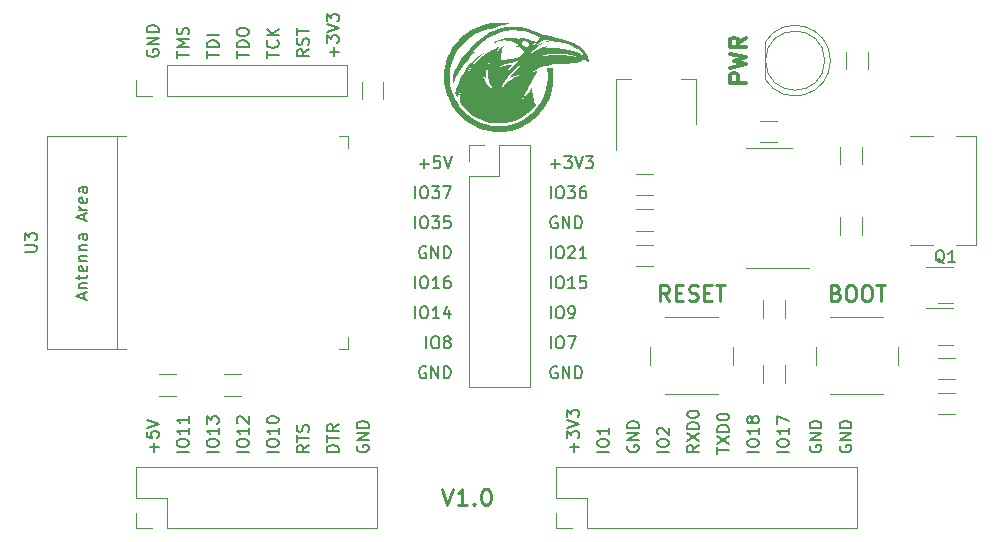
<source format=gbr>
%TF.GenerationSoftware,KiCad,Pcbnew,7.0.7*%
%TF.CreationDate,2024-01-15T23:48:36+01:00*%
%TF.ProjectId,FlipperZeroESP32,466c6970-7065-4725-9a65-726f45535033,rev?*%
%TF.SameCoordinates,Original*%
%TF.FileFunction,Legend,Top*%
%TF.FilePolarity,Positive*%
%FSLAX46Y46*%
G04 Gerber Fmt 4.6, Leading zero omitted, Abs format (unit mm)*
G04 Created by KiCad (PCBNEW 7.0.7) date 2024-01-15 23:48:36*
%MOMM*%
%LPD*%
G01*
G04 APERTURE LIST*
%ADD10C,0.200000*%
%ADD11C,0.250000*%
%ADD12C,0.350000*%
%ADD13C,0.150000*%
%ADD14C,0.120000*%
G04 APERTURE END LIST*
D10*
X148089673Y-129352219D02*
X148089673Y-128352219D01*
X148756339Y-128352219D02*
X148946815Y-128352219D01*
X148946815Y-128352219D02*
X149042053Y-128399838D01*
X149042053Y-128399838D02*
X149137291Y-128495076D01*
X149137291Y-128495076D02*
X149184910Y-128685552D01*
X149184910Y-128685552D02*
X149184910Y-129018885D01*
X149184910Y-129018885D02*
X149137291Y-129209361D01*
X149137291Y-129209361D02*
X149042053Y-129304600D01*
X149042053Y-129304600D02*
X148946815Y-129352219D01*
X148946815Y-129352219D02*
X148756339Y-129352219D01*
X148756339Y-129352219D02*
X148661101Y-129304600D01*
X148661101Y-129304600D02*
X148565863Y-129209361D01*
X148565863Y-129209361D02*
X148518244Y-129018885D01*
X148518244Y-129018885D02*
X148518244Y-128685552D01*
X148518244Y-128685552D02*
X148565863Y-128495076D01*
X148565863Y-128495076D02*
X148661101Y-128399838D01*
X148661101Y-128399838D02*
X148756339Y-128352219D01*
X149518244Y-128352219D02*
X150184910Y-128352219D01*
X150184910Y-128352219D02*
X149756339Y-129352219D01*
X119952219Y-138130326D02*
X118952219Y-138130326D01*
X118952219Y-137463660D02*
X118952219Y-137273184D01*
X118952219Y-137273184D02*
X118999838Y-137177946D01*
X118999838Y-137177946D02*
X119095076Y-137082708D01*
X119095076Y-137082708D02*
X119285552Y-137035089D01*
X119285552Y-137035089D02*
X119618885Y-137035089D01*
X119618885Y-137035089D02*
X119809361Y-137082708D01*
X119809361Y-137082708D02*
X119904600Y-137177946D01*
X119904600Y-137177946D02*
X119952219Y-137273184D01*
X119952219Y-137273184D02*
X119952219Y-137463660D01*
X119952219Y-137463660D02*
X119904600Y-137558898D01*
X119904600Y-137558898D02*
X119809361Y-137654136D01*
X119809361Y-137654136D02*
X119618885Y-137701755D01*
X119618885Y-137701755D02*
X119285552Y-137701755D01*
X119285552Y-137701755D02*
X119095076Y-137654136D01*
X119095076Y-137654136D02*
X118999838Y-137558898D01*
X118999838Y-137558898D02*
X118952219Y-137463660D01*
X119952219Y-136082708D02*
X119952219Y-136654136D01*
X119952219Y-136368422D02*
X118952219Y-136368422D01*
X118952219Y-136368422D02*
X119095076Y-136463660D01*
X119095076Y-136463660D02*
X119190314Y-136558898D01*
X119190314Y-136558898D02*
X119237933Y-136654136D01*
X118952219Y-135749374D02*
X118952219Y-135130327D01*
X118952219Y-135130327D02*
X119333171Y-135463660D01*
X119333171Y-135463660D02*
X119333171Y-135320803D01*
X119333171Y-135320803D02*
X119380790Y-135225565D01*
X119380790Y-135225565D02*
X119428409Y-135177946D01*
X119428409Y-135177946D02*
X119523647Y-135130327D01*
X119523647Y-135130327D02*
X119761742Y-135130327D01*
X119761742Y-135130327D02*
X119856980Y-135177946D01*
X119856980Y-135177946D02*
X119904600Y-135225565D01*
X119904600Y-135225565D02*
X119952219Y-135320803D01*
X119952219Y-135320803D02*
X119952219Y-135606517D01*
X119952219Y-135606517D02*
X119904600Y-135701755D01*
X119904600Y-135701755D02*
X119856980Y-135749374D01*
X148089673Y-113731266D02*
X148851578Y-113731266D01*
X148470625Y-114112219D02*
X148470625Y-113350314D01*
X149232530Y-113112219D02*
X149851577Y-113112219D01*
X149851577Y-113112219D02*
X149518244Y-113493171D01*
X149518244Y-113493171D02*
X149661101Y-113493171D01*
X149661101Y-113493171D02*
X149756339Y-113540790D01*
X149756339Y-113540790D02*
X149803958Y-113588409D01*
X149803958Y-113588409D02*
X149851577Y-113683647D01*
X149851577Y-113683647D02*
X149851577Y-113921742D01*
X149851577Y-113921742D02*
X149803958Y-114016980D01*
X149803958Y-114016980D02*
X149756339Y-114064600D01*
X149756339Y-114064600D02*
X149661101Y-114112219D01*
X149661101Y-114112219D02*
X149375387Y-114112219D01*
X149375387Y-114112219D02*
X149280149Y-114064600D01*
X149280149Y-114064600D02*
X149232530Y-114016980D01*
X150137292Y-113112219D02*
X150470625Y-114112219D01*
X150470625Y-114112219D02*
X150803958Y-113112219D01*
X151042054Y-113112219D02*
X151661101Y-113112219D01*
X151661101Y-113112219D02*
X151327768Y-113493171D01*
X151327768Y-113493171D02*
X151470625Y-113493171D01*
X151470625Y-113493171D02*
X151565863Y-113540790D01*
X151565863Y-113540790D02*
X151613482Y-113588409D01*
X151613482Y-113588409D02*
X151661101Y-113683647D01*
X151661101Y-113683647D02*
X151661101Y-113921742D01*
X151661101Y-113921742D02*
X151613482Y-114016980D01*
X151613482Y-114016980D02*
X151565863Y-114064600D01*
X151565863Y-114064600D02*
X151470625Y-114112219D01*
X151470625Y-114112219D02*
X151184911Y-114112219D01*
X151184911Y-114112219D02*
X151089673Y-114064600D01*
X151089673Y-114064600D02*
X151042054Y-114016980D01*
X127572219Y-104058898D02*
X127096028Y-104392231D01*
X127572219Y-104630326D02*
X126572219Y-104630326D01*
X126572219Y-104630326D02*
X126572219Y-104249374D01*
X126572219Y-104249374D02*
X126619838Y-104154136D01*
X126619838Y-104154136D02*
X126667457Y-104106517D01*
X126667457Y-104106517D02*
X126762695Y-104058898D01*
X126762695Y-104058898D02*
X126905552Y-104058898D01*
X126905552Y-104058898D02*
X127000790Y-104106517D01*
X127000790Y-104106517D02*
X127048409Y-104154136D01*
X127048409Y-104154136D02*
X127096028Y-104249374D01*
X127096028Y-104249374D02*
X127096028Y-104630326D01*
X127524600Y-103677945D02*
X127572219Y-103535088D01*
X127572219Y-103535088D02*
X127572219Y-103296993D01*
X127572219Y-103296993D02*
X127524600Y-103201755D01*
X127524600Y-103201755D02*
X127476980Y-103154136D01*
X127476980Y-103154136D02*
X127381742Y-103106517D01*
X127381742Y-103106517D02*
X127286504Y-103106517D01*
X127286504Y-103106517D02*
X127191266Y-103154136D01*
X127191266Y-103154136D02*
X127143647Y-103201755D01*
X127143647Y-103201755D02*
X127096028Y-103296993D01*
X127096028Y-103296993D02*
X127048409Y-103487469D01*
X127048409Y-103487469D02*
X127000790Y-103582707D01*
X127000790Y-103582707D02*
X126953171Y-103630326D01*
X126953171Y-103630326D02*
X126857933Y-103677945D01*
X126857933Y-103677945D02*
X126762695Y-103677945D01*
X126762695Y-103677945D02*
X126667457Y-103630326D01*
X126667457Y-103630326D02*
X126619838Y-103582707D01*
X126619838Y-103582707D02*
X126572219Y-103487469D01*
X126572219Y-103487469D02*
X126572219Y-103249374D01*
X126572219Y-103249374D02*
X126619838Y-103106517D01*
X126572219Y-102820802D02*
X126572219Y-102249374D01*
X127572219Y-102535088D02*
X126572219Y-102535088D01*
X122492219Y-138130326D02*
X121492219Y-138130326D01*
X121492219Y-137463660D02*
X121492219Y-137273184D01*
X121492219Y-137273184D02*
X121539838Y-137177946D01*
X121539838Y-137177946D02*
X121635076Y-137082708D01*
X121635076Y-137082708D02*
X121825552Y-137035089D01*
X121825552Y-137035089D02*
X122158885Y-137035089D01*
X122158885Y-137035089D02*
X122349361Y-137082708D01*
X122349361Y-137082708D02*
X122444600Y-137177946D01*
X122444600Y-137177946D02*
X122492219Y-137273184D01*
X122492219Y-137273184D02*
X122492219Y-137463660D01*
X122492219Y-137463660D02*
X122444600Y-137558898D01*
X122444600Y-137558898D02*
X122349361Y-137654136D01*
X122349361Y-137654136D02*
X122158885Y-137701755D01*
X122158885Y-137701755D02*
X121825552Y-137701755D01*
X121825552Y-137701755D02*
X121635076Y-137654136D01*
X121635076Y-137654136D02*
X121539838Y-137558898D01*
X121539838Y-137558898D02*
X121492219Y-137463660D01*
X122492219Y-136082708D02*
X122492219Y-136654136D01*
X122492219Y-136368422D02*
X121492219Y-136368422D01*
X121492219Y-136368422D02*
X121635076Y-136463660D01*
X121635076Y-136463660D02*
X121730314Y-136558898D01*
X121730314Y-136558898D02*
X121777933Y-136654136D01*
X121587457Y-135701755D02*
X121539838Y-135654136D01*
X121539838Y-135654136D02*
X121492219Y-135558898D01*
X121492219Y-135558898D02*
X121492219Y-135320803D01*
X121492219Y-135320803D02*
X121539838Y-135225565D01*
X121539838Y-135225565D02*
X121587457Y-135177946D01*
X121587457Y-135177946D02*
X121682695Y-135130327D01*
X121682695Y-135130327D02*
X121777933Y-135130327D01*
X121777933Y-135130327D02*
X121920790Y-135177946D01*
X121920790Y-135177946D02*
X122492219Y-135749374D01*
X122492219Y-135749374D02*
X122492219Y-135130327D01*
X118952219Y-104773183D02*
X118952219Y-104201755D01*
X119952219Y-104487469D02*
X118952219Y-104487469D01*
X119952219Y-103868421D02*
X118952219Y-103868421D01*
X118952219Y-103868421D02*
X118952219Y-103630326D01*
X118952219Y-103630326D02*
X118999838Y-103487469D01*
X118999838Y-103487469D02*
X119095076Y-103392231D01*
X119095076Y-103392231D02*
X119190314Y-103344612D01*
X119190314Y-103344612D02*
X119380790Y-103296993D01*
X119380790Y-103296993D02*
X119523647Y-103296993D01*
X119523647Y-103296993D02*
X119714123Y-103344612D01*
X119714123Y-103344612D02*
X119809361Y-103392231D01*
X119809361Y-103392231D02*
X119904600Y-103487469D01*
X119904600Y-103487469D02*
X119952219Y-103630326D01*
X119952219Y-103630326D02*
X119952219Y-103868421D01*
X119952219Y-102868421D02*
X118952219Y-102868421D01*
X148089673Y-116652219D02*
X148089673Y-115652219D01*
X148756339Y-115652219D02*
X148946815Y-115652219D01*
X148946815Y-115652219D02*
X149042053Y-115699838D01*
X149042053Y-115699838D02*
X149137291Y-115795076D01*
X149137291Y-115795076D02*
X149184910Y-115985552D01*
X149184910Y-115985552D02*
X149184910Y-116318885D01*
X149184910Y-116318885D02*
X149137291Y-116509361D01*
X149137291Y-116509361D02*
X149042053Y-116604600D01*
X149042053Y-116604600D02*
X148946815Y-116652219D01*
X148946815Y-116652219D02*
X148756339Y-116652219D01*
X148756339Y-116652219D02*
X148661101Y-116604600D01*
X148661101Y-116604600D02*
X148565863Y-116509361D01*
X148565863Y-116509361D02*
X148518244Y-116318885D01*
X148518244Y-116318885D02*
X148518244Y-115985552D01*
X148518244Y-115985552D02*
X148565863Y-115795076D01*
X148565863Y-115795076D02*
X148661101Y-115699838D01*
X148661101Y-115699838D02*
X148756339Y-115652219D01*
X149518244Y-115652219D02*
X150137291Y-115652219D01*
X150137291Y-115652219D02*
X149803958Y-116033171D01*
X149803958Y-116033171D02*
X149946815Y-116033171D01*
X149946815Y-116033171D02*
X150042053Y-116080790D01*
X150042053Y-116080790D02*
X150089672Y-116128409D01*
X150089672Y-116128409D02*
X150137291Y-116223647D01*
X150137291Y-116223647D02*
X150137291Y-116461742D01*
X150137291Y-116461742D02*
X150089672Y-116556980D01*
X150089672Y-116556980D02*
X150042053Y-116604600D01*
X150042053Y-116604600D02*
X149946815Y-116652219D01*
X149946815Y-116652219D02*
X149661101Y-116652219D01*
X149661101Y-116652219D02*
X149565863Y-116604600D01*
X149565863Y-116604600D02*
X149518244Y-116556980D01*
X150994434Y-115652219D02*
X150803958Y-115652219D01*
X150803958Y-115652219D02*
X150708720Y-115699838D01*
X150708720Y-115699838D02*
X150661101Y-115747457D01*
X150661101Y-115747457D02*
X150565863Y-115890314D01*
X150565863Y-115890314D02*
X150518244Y-116080790D01*
X150518244Y-116080790D02*
X150518244Y-116461742D01*
X150518244Y-116461742D02*
X150565863Y-116556980D01*
X150565863Y-116556980D02*
X150613482Y-116604600D01*
X150613482Y-116604600D02*
X150708720Y-116652219D01*
X150708720Y-116652219D02*
X150899196Y-116652219D01*
X150899196Y-116652219D02*
X150994434Y-116604600D01*
X150994434Y-116604600D02*
X151042053Y-116556980D01*
X151042053Y-116556980D02*
X151089672Y-116461742D01*
X151089672Y-116461742D02*
X151089672Y-116223647D01*
X151089672Y-116223647D02*
X151042053Y-116128409D01*
X151042053Y-116128409D02*
X150994434Y-116080790D01*
X150994434Y-116080790D02*
X150899196Y-116033171D01*
X150899196Y-116033171D02*
X150708720Y-116033171D01*
X150708720Y-116033171D02*
X150613482Y-116080790D01*
X150613482Y-116080790D02*
X150565863Y-116128409D01*
X150565863Y-116128409D02*
X150518244Y-116223647D01*
X114491266Y-138130326D02*
X114491266Y-137368422D01*
X114872219Y-137749374D02*
X114110314Y-137749374D01*
X113872219Y-136416041D02*
X113872219Y-136892231D01*
X113872219Y-136892231D02*
X114348409Y-136939850D01*
X114348409Y-136939850D02*
X114300790Y-136892231D01*
X114300790Y-136892231D02*
X114253171Y-136796993D01*
X114253171Y-136796993D02*
X114253171Y-136558898D01*
X114253171Y-136558898D02*
X114300790Y-136463660D01*
X114300790Y-136463660D02*
X114348409Y-136416041D01*
X114348409Y-136416041D02*
X114443647Y-136368422D01*
X114443647Y-136368422D02*
X114681742Y-136368422D01*
X114681742Y-136368422D02*
X114776980Y-136416041D01*
X114776980Y-136416041D02*
X114824600Y-136463660D01*
X114824600Y-136463660D02*
X114872219Y-136558898D01*
X114872219Y-136558898D02*
X114872219Y-136796993D01*
X114872219Y-136796993D02*
X114824600Y-136892231D01*
X114824600Y-136892231D02*
X114776980Y-136939850D01*
X113872219Y-136082707D02*
X114872219Y-135749374D01*
X114872219Y-135749374D02*
X113872219Y-135416041D01*
X152992219Y-138130326D02*
X151992219Y-138130326D01*
X151992219Y-137463660D02*
X151992219Y-137273184D01*
X151992219Y-137273184D02*
X152039838Y-137177946D01*
X152039838Y-137177946D02*
X152135076Y-137082708D01*
X152135076Y-137082708D02*
X152325552Y-137035089D01*
X152325552Y-137035089D02*
X152658885Y-137035089D01*
X152658885Y-137035089D02*
X152849361Y-137082708D01*
X152849361Y-137082708D02*
X152944600Y-137177946D01*
X152944600Y-137177946D02*
X152992219Y-137273184D01*
X152992219Y-137273184D02*
X152992219Y-137463660D01*
X152992219Y-137463660D02*
X152944600Y-137558898D01*
X152944600Y-137558898D02*
X152849361Y-137654136D01*
X152849361Y-137654136D02*
X152658885Y-137701755D01*
X152658885Y-137701755D02*
X152325552Y-137701755D01*
X152325552Y-137701755D02*
X152135076Y-137654136D01*
X152135076Y-137654136D02*
X152039838Y-137558898D01*
X152039838Y-137558898D02*
X151992219Y-137463660D01*
X152992219Y-136082708D02*
X152992219Y-136654136D01*
X152992219Y-136368422D02*
X151992219Y-136368422D01*
X151992219Y-136368422D02*
X152135076Y-136463660D01*
X152135076Y-136463660D02*
X152230314Y-136558898D01*
X152230314Y-136558898D02*
X152277933Y-136654136D01*
X137502707Y-130939838D02*
X137407469Y-130892219D01*
X137407469Y-130892219D02*
X137264612Y-130892219D01*
X137264612Y-130892219D02*
X137121755Y-130939838D01*
X137121755Y-130939838D02*
X137026517Y-131035076D01*
X137026517Y-131035076D02*
X136978898Y-131130314D01*
X136978898Y-131130314D02*
X136931279Y-131320790D01*
X136931279Y-131320790D02*
X136931279Y-131463647D01*
X136931279Y-131463647D02*
X136978898Y-131654123D01*
X136978898Y-131654123D02*
X137026517Y-131749361D01*
X137026517Y-131749361D02*
X137121755Y-131844600D01*
X137121755Y-131844600D02*
X137264612Y-131892219D01*
X137264612Y-131892219D02*
X137359850Y-131892219D01*
X137359850Y-131892219D02*
X137502707Y-131844600D01*
X137502707Y-131844600D02*
X137550326Y-131796980D01*
X137550326Y-131796980D02*
X137550326Y-131463647D01*
X137550326Y-131463647D02*
X137359850Y-131463647D01*
X137978898Y-131892219D02*
X137978898Y-130892219D01*
X137978898Y-130892219D02*
X138550326Y-131892219D01*
X138550326Y-131892219D02*
X138550326Y-130892219D01*
X139026517Y-131892219D02*
X139026517Y-130892219D01*
X139026517Y-130892219D02*
X139264612Y-130892219D01*
X139264612Y-130892219D02*
X139407469Y-130939838D01*
X139407469Y-130939838D02*
X139502707Y-131035076D01*
X139502707Y-131035076D02*
X139550326Y-131130314D01*
X139550326Y-131130314D02*
X139597945Y-131320790D01*
X139597945Y-131320790D02*
X139597945Y-131463647D01*
X139597945Y-131463647D02*
X139550326Y-131654123D01*
X139550326Y-131654123D02*
X139502707Y-131749361D01*
X139502707Y-131749361D02*
X139407469Y-131844600D01*
X139407469Y-131844600D02*
X139264612Y-131892219D01*
X139264612Y-131892219D02*
X139026517Y-131892219D01*
X125032219Y-138130326D02*
X124032219Y-138130326D01*
X124032219Y-137463660D02*
X124032219Y-137273184D01*
X124032219Y-137273184D02*
X124079838Y-137177946D01*
X124079838Y-137177946D02*
X124175076Y-137082708D01*
X124175076Y-137082708D02*
X124365552Y-137035089D01*
X124365552Y-137035089D02*
X124698885Y-137035089D01*
X124698885Y-137035089D02*
X124889361Y-137082708D01*
X124889361Y-137082708D02*
X124984600Y-137177946D01*
X124984600Y-137177946D02*
X125032219Y-137273184D01*
X125032219Y-137273184D02*
X125032219Y-137463660D01*
X125032219Y-137463660D02*
X124984600Y-137558898D01*
X124984600Y-137558898D02*
X124889361Y-137654136D01*
X124889361Y-137654136D02*
X124698885Y-137701755D01*
X124698885Y-137701755D02*
X124365552Y-137701755D01*
X124365552Y-137701755D02*
X124175076Y-137654136D01*
X124175076Y-137654136D02*
X124079838Y-137558898D01*
X124079838Y-137558898D02*
X124032219Y-137463660D01*
X125032219Y-136082708D02*
X125032219Y-136654136D01*
X125032219Y-136368422D02*
X124032219Y-136368422D01*
X124032219Y-136368422D02*
X124175076Y-136463660D01*
X124175076Y-136463660D02*
X124270314Y-136558898D01*
X124270314Y-136558898D02*
X124317933Y-136654136D01*
X124032219Y-135463660D02*
X124032219Y-135368422D01*
X124032219Y-135368422D02*
X124079838Y-135273184D01*
X124079838Y-135273184D02*
X124127457Y-135225565D01*
X124127457Y-135225565D02*
X124222695Y-135177946D01*
X124222695Y-135177946D02*
X124413171Y-135130327D01*
X124413171Y-135130327D02*
X124651266Y-135130327D01*
X124651266Y-135130327D02*
X124841742Y-135177946D01*
X124841742Y-135177946D02*
X124936980Y-135225565D01*
X124936980Y-135225565D02*
X124984600Y-135273184D01*
X124984600Y-135273184D02*
X125032219Y-135368422D01*
X125032219Y-135368422D02*
X125032219Y-135463660D01*
X125032219Y-135463660D02*
X124984600Y-135558898D01*
X124984600Y-135558898D02*
X124936980Y-135606517D01*
X124936980Y-135606517D02*
X124841742Y-135654136D01*
X124841742Y-135654136D02*
X124651266Y-135701755D01*
X124651266Y-135701755D02*
X124413171Y-135701755D01*
X124413171Y-135701755D02*
X124222695Y-135654136D01*
X124222695Y-135654136D02*
X124127457Y-135606517D01*
X124127457Y-135606517D02*
X124079838Y-135558898D01*
X124079838Y-135558898D02*
X124032219Y-135463660D01*
X148089673Y-121732219D02*
X148089673Y-120732219D01*
X148756339Y-120732219D02*
X148946815Y-120732219D01*
X148946815Y-120732219D02*
X149042053Y-120779838D01*
X149042053Y-120779838D02*
X149137291Y-120875076D01*
X149137291Y-120875076D02*
X149184910Y-121065552D01*
X149184910Y-121065552D02*
X149184910Y-121398885D01*
X149184910Y-121398885D02*
X149137291Y-121589361D01*
X149137291Y-121589361D02*
X149042053Y-121684600D01*
X149042053Y-121684600D02*
X148946815Y-121732219D01*
X148946815Y-121732219D02*
X148756339Y-121732219D01*
X148756339Y-121732219D02*
X148661101Y-121684600D01*
X148661101Y-121684600D02*
X148565863Y-121589361D01*
X148565863Y-121589361D02*
X148518244Y-121398885D01*
X148518244Y-121398885D02*
X148518244Y-121065552D01*
X148518244Y-121065552D02*
X148565863Y-120875076D01*
X148565863Y-120875076D02*
X148661101Y-120779838D01*
X148661101Y-120779838D02*
X148756339Y-120732219D01*
X149565863Y-120827457D02*
X149613482Y-120779838D01*
X149613482Y-120779838D02*
X149708720Y-120732219D01*
X149708720Y-120732219D02*
X149946815Y-120732219D01*
X149946815Y-120732219D02*
X150042053Y-120779838D01*
X150042053Y-120779838D02*
X150089672Y-120827457D01*
X150089672Y-120827457D02*
X150137291Y-120922695D01*
X150137291Y-120922695D02*
X150137291Y-121017933D01*
X150137291Y-121017933D02*
X150089672Y-121160790D01*
X150089672Y-121160790D02*
X149518244Y-121732219D01*
X149518244Y-121732219D02*
X150137291Y-121732219D01*
X151089672Y-121732219D02*
X150518244Y-121732219D01*
X150803958Y-121732219D02*
X150803958Y-120732219D01*
X150803958Y-120732219D02*
X150708720Y-120875076D01*
X150708720Y-120875076D02*
X150613482Y-120970314D01*
X150613482Y-120970314D02*
X150518244Y-121017933D01*
X130112219Y-138130326D02*
X129112219Y-138130326D01*
X129112219Y-138130326D02*
X129112219Y-137892231D01*
X129112219Y-137892231D02*
X129159838Y-137749374D01*
X129159838Y-137749374D02*
X129255076Y-137654136D01*
X129255076Y-137654136D02*
X129350314Y-137606517D01*
X129350314Y-137606517D02*
X129540790Y-137558898D01*
X129540790Y-137558898D02*
X129683647Y-137558898D01*
X129683647Y-137558898D02*
X129874123Y-137606517D01*
X129874123Y-137606517D02*
X129969361Y-137654136D01*
X129969361Y-137654136D02*
X130064600Y-137749374D01*
X130064600Y-137749374D02*
X130112219Y-137892231D01*
X130112219Y-137892231D02*
X130112219Y-138130326D01*
X129112219Y-137273183D02*
X129112219Y-136701755D01*
X130112219Y-136987469D02*
X129112219Y-136987469D01*
X130112219Y-135796993D02*
X129636028Y-136130326D01*
X130112219Y-136368421D02*
X129112219Y-136368421D01*
X129112219Y-136368421D02*
X129112219Y-135987469D01*
X129112219Y-135987469D02*
X129159838Y-135892231D01*
X129159838Y-135892231D02*
X129207457Y-135844612D01*
X129207457Y-135844612D02*
X129302695Y-135796993D01*
X129302695Y-135796993D02*
X129445552Y-135796993D01*
X129445552Y-135796993D02*
X129540790Y-135844612D01*
X129540790Y-135844612D02*
X129588409Y-135892231D01*
X129588409Y-135892231D02*
X129636028Y-135987469D01*
X129636028Y-135987469D02*
X129636028Y-136368421D01*
X121492219Y-104773183D02*
X121492219Y-104201755D01*
X122492219Y-104487469D02*
X121492219Y-104487469D01*
X122492219Y-103868421D02*
X121492219Y-103868421D01*
X121492219Y-103868421D02*
X121492219Y-103630326D01*
X121492219Y-103630326D02*
X121539838Y-103487469D01*
X121539838Y-103487469D02*
X121635076Y-103392231D01*
X121635076Y-103392231D02*
X121730314Y-103344612D01*
X121730314Y-103344612D02*
X121920790Y-103296993D01*
X121920790Y-103296993D02*
X122063647Y-103296993D01*
X122063647Y-103296993D02*
X122254123Y-103344612D01*
X122254123Y-103344612D02*
X122349361Y-103392231D01*
X122349361Y-103392231D02*
X122444600Y-103487469D01*
X122444600Y-103487469D02*
X122492219Y-103630326D01*
X122492219Y-103630326D02*
X122492219Y-103868421D01*
X121492219Y-102677945D02*
X121492219Y-102487469D01*
X121492219Y-102487469D02*
X121539838Y-102392231D01*
X121539838Y-102392231D02*
X121635076Y-102296993D01*
X121635076Y-102296993D02*
X121825552Y-102249374D01*
X121825552Y-102249374D02*
X122158885Y-102249374D01*
X122158885Y-102249374D02*
X122349361Y-102296993D01*
X122349361Y-102296993D02*
X122444600Y-102392231D01*
X122444600Y-102392231D02*
X122492219Y-102487469D01*
X122492219Y-102487469D02*
X122492219Y-102677945D01*
X122492219Y-102677945D02*
X122444600Y-102773183D01*
X122444600Y-102773183D02*
X122349361Y-102868421D01*
X122349361Y-102868421D02*
X122158885Y-102916040D01*
X122158885Y-102916040D02*
X121825552Y-102916040D01*
X121825552Y-102916040D02*
X121635076Y-102868421D01*
X121635076Y-102868421D02*
X121539838Y-102773183D01*
X121539838Y-102773183D02*
X121492219Y-102677945D01*
X137550327Y-129352219D02*
X137550327Y-128352219D01*
X138216993Y-128352219D02*
X138407469Y-128352219D01*
X138407469Y-128352219D02*
X138502707Y-128399838D01*
X138502707Y-128399838D02*
X138597945Y-128495076D01*
X138597945Y-128495076D02*
X138645564Y-128685552D01*
X138645564Y-128685552D02*
X138645564Y-129018885D01*
X138645564Y-129018885D02*
X138597945Y-129209361D01*
X138597945Y-129209361D02*
X138502707Y-129304600D01*
X138502707Y-129304600D02*
X138407469Y-129352219D01*
X138407469Y-129352219D02*
X138216993Y-129352219D01*
X138216993Y-129352219D02*
X138121755Y-129304600D01*
X138121755Y-129304600D02*
X138026517Y-129209361D01*
X138026517Y-129209361D02*
X137978898Y-129018885D01*
X137978898Y-129018885D02*
X137978898Y-128685552D01*
X137978898Y-128685552D02*
X138026517Y-128495076D01*
X138026517Y-128495076D02*
X138121755Y-128399838D01*
X138121755Y-128399838D02*
X138216993Y-128352219D01*
X139216993Y-128780790D02*
X139121755Y-128733171D01*
X139121755Y-128733171D02*
X139074136Y-128685552D01*
X139074136Y-128685552D02*
X139026517Y-128590314D01*
X139026517Y-128590314D02*
X139026517Y-128542695D01*
X139026517Y-128542695D02*
X139074136Y-128447457D01*
X139074136Y-128447457D02*
X139121755Y-128399838D01*
X139121755Y-128399838D02*
X139216993Y-128352219D01*
X139216993Y-128352219D02*
X139407469Y-128352219D01*
X139407469Y-128352219D02*
X139502707Y-128399838D01*
X139502707Y-128399838D02*
X139550326Y-128447457D01*
X139550326Y-128447457D02*
X139597945Y-128542695D01*
X139597945Y-128542695D02*
X139597945Y-128590314D01*
X139597945Y-128590314D02*
X139550326Y-128685552D01*
X139550326Y-128685552D02*
X139502707Y-128733171D01*
X139502707Y-128733171D02*
X139407469Y-128780790D01*
X139407469Y-128780790D02*
X139216993Y-128780790D01*
X139216993Y-128780790D02*
X139121755Y-128828409D01*
X139121755Y-128828409D02*
X139074136Y-128876028D01*
X139074136Y-128876028D02*
X139026517Y-128971266D01*
X139026517Y-128971266D02*
X139026517Y-129161742D01*
X139026517Y-129161742D02*
X139074136Y-129256980D01*
X139074136Y-129256980D02*
X139121755Y-129304600D01*
X139121755Y-129304600D02*
X139216993Y-129352219D01*
X139216993Y-129352219D02*
X139407469Y-129352219D01*
X139407469Y-129352219D02*
X139502707Y-129304600D01*
X139502707Y-129304600D02*
X139550326Y-129256980D01*
X139550326Y-129256980D02*
X139597945Y-129161742D01*
X139597945Y-129161742D02*
X139597945Y-128971266D01*
X139597945Y-128971266D02*
X139550326Y-128876028D01*
X139550326Y-128876028D02*
X139502707Y-128828409D01*
X139502707Y-128828409D02*
X139407469Y-128780790D01*
X148089673Y-126812219D02*
X148089673Y-125812219D01*
X148756339Y-125812219D02*
X148946815Y-125812219D01*
X148946815Y-125812219D02*
X149042053Y-125859838D01*
X149042053Y-125859838D02*
X149137291Y-125955076D01*
X149137291Y-125955076D02*
X149184910Y-126145552D01*
X149184910Y-126145552D02*
X149184910Y-126478885D01*
X149184910Y-126478885D02*
X149137291Y-126669361D01*
X149137291Y-126669361D02*
X149042053Y-126764600D01*
X149042053Y-126764600D02*
X148946815Y-126812219D01*
X148946815Y-126812219D02*
X148756339Y-126812219D01*
X148756339Y-126812219D02*
X148661101Y-126764600D01*
X148661101Y-126764600D02*
X148565863Y-126669361D01*
X148565863Y-126669361D02*
X148518244Y-126478885D01*
X148518244Y-126478885D02*
X148518244Y-126145552D01*
X148518244Y-126145552D02*
X148565863Y-125955076D01*
X148565863Y-125955076D02*
X148661101Y-125859838D01*
X148661101Y-125859838D02*
X148756339Y-125812219D01*
X149661101Y-126812219D02*
X149851577Y-126812219D01*
X149851577Y-126812219D02*
X149946815Y-126764600D01*
X149946815Y-126764600D02*
X149994434Y-126716980D01*
X149994434Y-126716980D02*
X150089672Y-126574123D01*
X150089672Y-126574123D02*
X150137291Y-126383647D01*
X150137291Y-126383647D02*
X150137291Y-126002695D01*
X150137291Y-126002695D02*
X150089672Y-125907457D01*
X150089672Y-125907457D02*
X150042053Y-125859838D01*
X150042053Y-125859838D02*
X149946815Y-125812219D01*
X149946815Y-125812219D02*
X149756339Y-125812219D01*
X149756339Y-125812219D02*
X149661101Y-125859838D01*
X149661101Y-125859838D02*
X149613482Y-125907457D01*
X149613482Y-125907457D02*
X149565863Y-126002695D01*
X149565863Y-126002695D02*
X149565863Y-126240790D01*
X149565863Y-126240790D02*
X149613482Y-126336028D01*
X149613482Y-126336028D02*
X149661101Y-126383647D01*
X149661101Y-126383647D02*
X149756339Y-126431266D01*
X149756339Y-126431266D02*
X149946815Y-126431266D01*
X149946815Y-126431266D02*
X150042053Y-126383647D01*
X150042053Y-126383647D02*
X150089672Y-126336028D01*
X150089672Y-126336028D02*
X150137291Y-126240790D01*
X116412219Y-104773183D02*
X116412219Y-104201755D01*
X117412219Y-104487469D02*
X116412219Y-104487469D01*
X117412219Y-103868421D02*
X116412219Y-103868421D01*
X116412219Y-103868421D02*
X117126504Y-103535088D01*
X117126504Y-103535088D02*
X116412219Y-103201755D01*
X116412219Y-103201755D02*
X117412219Y-103201755D01*
X117364600Y-102773183D02*
X117412219Y-102630326D01*
X117412219Y-102630326D02*
X117412219Y-102392231D01*
X117412219Y-102392231D02*
X117364600Y-102296993D01*
X117364600Y-102296993D02*
X117316980Y-102249374D01*
X117316980Y-102249374D02*
X117221742Y-102201755D01*
X117221742Y-102201755D02*
X117126504Y-102201755D01*
X117126504Y-102201755D02*
X117031266Y-102249374D01*
X117031266Y-102249374D02*
X116983647Y-102296993D01*
X116983647Y-102296993D02*
X116936028Y-102392231D01*
X116936028Y-102392231D02*
X116888409Y-102582707D01*
X116888409Y-102582707D02*
X116840790Y-102677945D01*
X116840790Y-102677945D02*
X116793171Y-102725564D01*
X116793171Y-102725564D02*
X116697933Y-102773183D01*
X116697933Y-102773183D02*
X116602695Y-102773183D01*
X116602695Y-102773183D02*
X116507457Y-102725564D01*
X116507457Y-102725564D02*
X116459838Y-102677945D01*
X116459838Y-102677945D02*
X116412219Y-102582707D01*
X116412219Y-102582707D02*
X116412219Y-102344612D01*
X116412219Y-102344612D02*
X116459838Y-102201755D01*
X131699838Y-137606517D02*
X131652219Y-137701755D01*
X131652219Y-137701755D02*
X131652219Y-137844612D01*
X131652219Y-137844612D02*
X131699838Y-137987469D01*
X131699838Y-137987469D02*
X131795076Y-138082707D01*
X131795076Y-138082707D02*
X131890314Y-138130326D01*
X131890314Y-138130326D02*
X132080790Y-138177945D01*
X132080790Y-138177945D02*
X132223647Y-138177945D01*
X132223647Y-138177945D02*
X132414123Y-138130326D01*
X132414123Y-138130326D02*
X132509361Y-138082707D01*
X132509361Y-138082707D02*
X132604600Y-137987469D01*
X132604600Y-137987469D02*
X132652219Y-137844612D01*
X132652219Y-137844612D02*
X132652219Y-137749374D01*
X132652219Y-137749374D02*
X132604600Y-137606517D01*
X132604600Y-137606517D02*
X132556980Y-137558898D01*
X132556980Y-137558898D02*
X132223647Y-137558898D01*
X132223647Y-137558898D02*
X132223647Y-137749374D01*
X132652219Y-137130326D02*
X131652219Y-137130326D01*
X131652219Y-137130326D02*
X132652219Y-136558898D01*
X132652219Y-136558898D02*
X131652219Y-136558898D01*
X132652219Y-136082707D02*
X131652219Y-136082707D01*
X131652219Y-136082707D02*
X131652219Y-135844612D01*
X131652219Y-135844612D02*
X131699838Y-135701755D01*
X131699838Y-135701755D02*
X131795076Y-135606517D01*
X131795076Y-135606517D02*
X131890314Y-135558898D01*
X131890314Y-135558898D02*
X132080790Y-135511279D01*
X132080790Y-135511279D02*
X132223647Y-135511279D01*
X132223647Y-135511279D02*
X132414123Y-135558898D01*
X132414123Y-135558898D02*
X132509361Y-135606517D01*
X132509361Y-135606517D02*
X132604600Y-135701755D01*
X132604600Y-135701755D02*
X132652219Y-135844612D01*
X132652219Y-135844612D02*
X132652219Y-136082707D01*
X162152219Y-138273183D02*
X162152219Y-137701755D01*
X163152219Y-137987469D02*
X162152219Y-137987469D01*
X162152219Y-137463659D02*
X163152219Y-136796993D01*
X162152219Y-136796993D02*
X163152219Y-137463659D01*
X163152219Y-136416040D02*
X162152219Y-136416040D01*
X162152219Y-136416040D02*
X162152219Y-136177945D01*
X162152219Y-136177945D02*
X162199838Y-136035088D01*
X162199838Y-136035088D02*
X162295076Y-135939850D01*
X162295076Y-135939850D02*
X162390314Y-135892231D01*
X162390314Y-135892231D02*
X162580790Y-135844612D01*
X162580790Y-135844612D02*
X162723647Y-135844612D01*
X162723647Y-135844612D02*
X162914123Y-135892231D01*
X162914123Y-135892231D02*
X163009361Y-135939850D01*
X163009361Y-135939850D02*
X163104600Y-136035088D01*
X163104600Y-136035088D02*
X163152219Y-136177945D01*
X163152219Y-136177945D02*
X163152219Y-136416040D01*
X162152219Y-135225564D02*
X162152219Y-135130326D01*
X162152219Y-135130326D02*
X162199838Y-135035088D01*
X162199838Y-135035088D02*
X162247457Y-134987469D01*
X162247457Y-134987469D02*
X162342695Y-134939850D01*
X162342695Y-134939850D02*
X162533171Y-134892231D01*
X162533171Y-134892231D02*
X162771266Y-134892231D01*
X162771266Y-134892231D02*
X162961742Y-134939850D01*
X162961742Y-134939850D02*
X163056980Y-134987469D01*
X163056980Y-134987469D02*
X163104600Y-135035088D01*
X163104600Y-135035088D02*
X163152219Y-135130326D01*
X163152219Y-135130326D02*
X163152219Y-135225564D01*
X163152219Y-135225564D02*
X163104600Y-135320802D01*
X163104600Y-135320802D02*
X163056980Y-135368421D01*
X163056980Y-135368421D02*
X162961742Y-135416040D01*
X162961742Y-135416040D02*
X162771266Y-135463659D01*
X162771266Y-135463659D02*
X162533171Y-135463659D01*
X162533171Y-135463659D02*
X162342695Y-135416040D01*
X162342695Y-135416040D02*
X162247457Y-135368421D01*
X162247457Y-135368421D02*
X162199838Y-135320802D01*
X162199838Y-135320802D02*
X162152219Y-135225564D01*
D11*
X172235714Y-124646952D02*
X172421428Y-124708857D01*
X172421428Y-124708857D02*
X172483333Y-124770761D01*
X172483333Y-124770761D02*
X172545237Y-124894571D01*
X172545237Y-124894571D02*
X172545237Y-125080285D01*
X172545237Y-125080285D02*
X172483333Y-125204095D01*
X172483333Y-125204095D02*
X172421428Y-125266000D01*
X172421428Y-125266000D02*
X172297618Y-125327904D01*
X172297618Y-125327904D02*
X171802380Y-125327904D01*
X171802380Y-125327904D02*
X171802380Y-124027904D01*
X171802380Y-124027904D02*
X172235714Y-124027904D01*
X172235714Y-124027904D02*
X172359523Y-124089809D01*
X172359523Y-124089809D02*
X172421428Y-124151714D01*
X172421428Y-124151714D02*
X172483333Y-124275523D01*
X172483333Y-124275523D02*
X172483333Y-124399333D01*
X172483333Y-124399333D02*
X172421428Y-124523142D01*
X172421428Y-124523142D02*
X172359523Y-124585047D01*
X172359523Y-124585047D02*
X172235714Y-124646952D01*
X172235714Y-124646952D02*
X171802380Y-124646952D01*
X173349999Y-124027904D02*
X173597618Y-124027904D01*
X173597618Y-124027904D02*
X173721428Y-124089809D01*
X173721428Y-124089809D02*
X173845237Y-124213619D01*
X173845237Y-124213619D02*
X173907142Y-124461238D01*
X173907142Y-124461238D02*
X173907142Y-124894571D01*
X173907142Y-124894571D02*
X173845237Y-125142190D01*
X173845237Y-125142190D02*
X173721428Y-125266000D01*
X173721428Y-125266000D02*
X173597618Y-125327904D01*
X173597618Y-125327904D02*
X173349999Y-125327904D01*
X173349999Y-125327904D02*
X173226190Y-125266000D01*
X173226190Y-125266000D02*
X173102380Y-125142190D01*
X173102380Y-125142190D02*
X173040476Y-124894571D01*
X173040476Y-124894571D02*
X173040476Y-124461238D01*
X173040476Y-124461238D02*
X173102380Y-124213619D01*
X173102380Y-124213619D02*
X173226190Y-124089809D01*
X173226190Y-124089809D02*
X173349999Y-124027904D01*
X174711904Y-124027904D02*
X174959523Y-124027904D01*
X174959523Y-124027904D02*
X175083333Y-124089809D01*
X175083333Y-124089809D02*
X175207142Y-124213619D01*
X175207142Y-124213619D02*
X175269047Y-124461238D01*
X175269047Y-124461238D02*
X175269047Y-124894571D01*
X175269047Y-124894571D02*
X175207142Y-125142190D01*
X175207142Y-125142190D02*
X175083333Y-125266000D01*
X175083333Y-125266000D02*
X174959523Y-125327904D01*
X174959523Y-125327904D02*
X174711904Y-125327904D01*
X174711904Y-125327904D02*
X174588095Y-125266000D01*
X174588095Y-125266000D02*
X174464285Y-125142190D01*
X174464285Y-125142190D02*
X174402381Y-124894571D01*
X174402381Y-124894571D02*
X174402381Y-124461238D01*
X174402381Y-124461238D02*
X174464285Y-124213619D01*
X174464285Y-124213619D02*
X174588095Y-124089809D01*
X174588095Y-124089809D02*
X174711904Y-124027904D01*
X175640476Y-124027904D02*
X176383333Y-124027904D01*
X176011905Y-125327904D02*
X176011905Y-124027904D01*
D10*
X158072219Y-138130326D02*
X157072219Y-138130326D01*
X157072219Y-137463660D02*
X157072219Y-137273184D01*
X157072219Y-137273184D02*
X157119838Y-137177946D01*
X157119838Y-137177946D02*
X157215076Y-137082708D01*
X157215076Y-137082708D02*
X157405552Y-137035089D01*
X157405552Y-137035089D02*
X157738885Y-137035089D01*
X157738885Y-137035089D02*
X157929361Y-137082708D01*
X157929361Y-137082708D02*
X158024600Y-137177946D01*
X158024600Y-137177946D02*
X158072219Y-137273184D01*
X158072219Y-137273184D02*
X158072219Y-137463660D01*
X158072219Y-137463660D02*
X158024600Y-137558898D01*
X158024600Y-137558898D02*
X157929361Y-137654136D01*
X157929361Y-137654136D02*
X157738885Y-137701755D01*
X157738885Y-137701755D02*
X157405552Y-137701755D01*
X157405552Y-137701755D02*
X157215076Y-137654136D01*
X157215076Y-137654136D02*
X157119838Y-137558898D01*
X157119838Y-137558898D02*
X157072219Y-137463660D01*
X157167457Y-136654136D02*
X157119838Y-136606517D01*
X157119838Y-136606517D02*
X157072219Y-136511279D01*
X157072219Y-136511279D02*
X157072219Y-136273184D01*
X157072219Y-136273184D02*
X157119838Y-136177946D01*
X157119838Y-136177946D02*
X157167457Y-136130327D01*
X157167457Y-136130327D02*
X157262695Y-136082708D01*
X157262695Y-136082708D02*
X157357933Y-136082708D01*
X157357933Y-136082708D02*
X157500790Y-136130327D01*
X157500790Y-136130327D02*
X158072219Y-136701755D01*
X158072219Y-136701755D02*
X158072219Y-136082708D01*
X117412219Y-138130326D02*
X116412219Y-138130326D01*
X116412219Y-137463660D02*
X116412219Y-137273184D01*
X116412219Y-137273184D02*
X116459838Y-137177946D01*
X116459838Y-137177946D02*
X116555076Y-137082708D01*
X116555076Y-137082708D02*
X116745552Y-137035089D01*
X116745552Y-137035089D02*
X117078885Y-137035089D01*
X117078885Y-137035089D02*
X117269361Y-137082708D01*
X117269361Y-137082708D02*
X117364600Y-137177946D01*
X117364600Y-137177946D02*
X117412219Y-137273184D01*
X117412219Y-137273184D02*
X117412219Y-137463660D01*
X117412219Y-137463660D02*
X117364600Y-137558898D01*
X117364600Y-137558898D02*
X117269361Y-137654136D01*
X117269361Y-137654136D02*
X117078885Y-137701755D01*
X117078885Y-137701755D02*
X116745552Y-137701755D01*
X116745552Y-137701755D02*
X116555076Y-137654136D01*
X116555076Y-137654136D02*
X116459838Y-137558898D01*
X116459838Y-137558898D02*
X116412219Y-137463660D01*
X117412219Y-136082708D02*
X117412219Y-136654136D01*
X117412219Y-136368422D02*
X116412219Y-136368422D01*
X116412219Y-136368422D02*
X116555076Y-136463660D01*
X116555076Y-136463660D02*
X116650314Y-136558898D01*
X116650314Y-136558898D02*
X116697933Y-136654136D01*
X117412219Y-135130327D02*
X117412219Y-135701755D01*
X117412219Y-135416041D02*
X116412219Y-135416041D01*
X116412219Y-135416041D02*
X116555076Y-135511279D01*
X116555076Y-135511279D02*
X116650314Y-135606517D01*
X116650314Y-135606517D02*
X116697933Y-135701755D01*
D11*
X138866667Y-141234666D02*
X139333334Y-142634666D01*
X139333334Y-142634666D02*
X139800000Y-141234666D01*
X141000000Y-142634666D02*
X140200000Y-142634666D01*
X140600000Y-142634666D02*
X140600000Y-141234666D01*
X140600000Y-141234666D02*
X140466667Y-141434666D01*
X140466667Y-141434666D02*
X140333334Y-141568000D01*
X140333334Y-141568000D02*
X140200000Y-141634666D01*
X141600000Y-142501333D02*
X141666667Y-142568000D01*
X141666667Y-142568000D02*
X141600000Y-142634666D01*
X141600000Y-142634666D02*
X141533333Y-142568000D01*
X141533333Y-142568000D02*
X141600000Y-142501333D01*
X141600000Y-142501333D02*
X141600000Y-142634666D01*
X142533334Y-141234666D02*
X142666667Y-141234666D01*
X142666667Y-141234666D02*
X142800000Y-141301333D01*
X142800000Y-141301333D02*
X142866667Y-141368000D01*
X142866667Y-141368000D02*
X142933334Y-141501333D01*
X142933334Y-141501333D02*
X143000000Y-141768000D01*
X143000000Y-141768000D02*
X143000000Y-142101333D01*
X143000000Y-142101333D02*
X142933334Y-142368000D01*
X142933334Y-142368000D02*
X142866667Y-142501333D01*
X142866667Y-142501333D02*
X142800000Y-142568000D01*
X142800000Y-142568000D02*
X142666667Y-142634666D01*
X142666667Y-142634666D02*
X142533334Y-142634666D01*
X142533334Y-142634666D02*
X142400000Y-142568000D01*
X142400000Y-142568000D02*
X142333334Y-142501333D01*
X142333334Y-142501333D02*
X142266667Y-142368000D01*
X142266667Y-142368000D02*
X142200000Y-142101333D01*
X142200000Y-142101333D02*
X142200000Y-141768000D01*
X142200000Y-141768000D02*
X142266667Y-141501333D01*
X142266667Y-141501333D02*
X142333334Y-141368000D01*
X142333334Y-141368000D02*
X142400000Y-141301333D01*
X142400000Y-141301333D02*
X142533334Y-141234666D01*
D10*
X148089673Y-124272219D02*
X148089673Y-123272219D01*
X148756339Y-123272219D02*
X148946815Y-123272219D01*
X148946815Y-123272219D02*
X149042053Y-123319838D01*
X149042053Y-123319838D02*
X149137291Y-123415076D01*
X149137291Y-123415076D02*
X149184910Y-123605552D01*
X149184910Y-123605552D02*
X149184910Y-123938885D01*
X149184910Y-123938885D02*
X149137291Y-124129361D01*
X149137291Y-124129361D02*
X149042053Y-124224600D01*
X149042053Y-124224600D02*
X148946815Y-124272219D01*
X148946815Y-124272219D02*
X148756339Y-124272219D01*
X148756339Y-124272219D02*
X148661101Y-124224600D01*
X148661101Y-124224600D02*
X148565863Y-124129361D01*
X148565863Y-124129361D02*
X148518244Y-123938885D01*
X148518244Y-123938885D02*
X148518244Y-123605552D01*
X148518244Y-123605552D02*
X148565863Y-123415076D01*
X148565863Y-123415076D02*
X148661101Y-123319838D01*
X148661101Y-123319838D02*
X148756339Y-123272219D01*
X150137291Y-124272219D02*
X149565863Y-124272219D01*
X149851577Y-124272219D02*
X149851577Y-123272219D01*
X149851577Y-123272219D02*
X149756339Y-123415076D01*
X149756339Y-123415076D02*
X149661101Y-123510314D01*
X149661101Y-123510314D02*
X149565863Y-123557933D01*
X151042053Y-123272219D02*
X150565863Y-123272219D01*
X150565863Y-123272219D02*
X150518244Y-123748409D01*
X150518244Y-123748409D02*
X150565863Y-123700790D01*
X150565863Y-123700790D02*
X150661101Y-123653171D01*
X150661101Y-123653171D02*
X150899196Y-123653171D01*
X150899196Y-123653171D02*
X150994434Y-123700790D01*
X150994434Y-123700790D02*
X151042053Y-123748409D01*
X151042053Y-123748409D02*
X151089672Y-123843647D01*
X151089672Y-123843647D02*
X151089672Y-124081742D01*
X151089672Y-124081742D02*
X151042053Y-124176980D01*
X151042053Y-124176980D02*
X150994434Y-124224600D01*
X150994434Y-124224600D02*
X150899196Y-124272219D01*
X150899196Y-124272219D02*
X150661101Y-124272219D01*
X150661101Y-124272219D02*
X150565863Y-124224600D01*
X150565863Y-124224600D02*
X150518244Y-124176980D01*
X129731266Y-104630326D02*
X129731266Y-103868422D01*
X130112219Y-104249374D02*
X129350314Y-104249374D01*
X129112219Y-103487469D02*
X129112219Y-102868422D01*
X129112219Y-102868422D02*
X129493171Y-103201755D01*
X129493171Y-103201755D02*
X129493171Y-103058898D01*
X129493171Y-103058898D02*
X129540790Y-102963660D01*
X129540790Y-102963660D02*
X129588409Y-102916041D01*
X129588409Y-102916041D02*
X129683647Y-102868422D01*
X129683647Y-102868422D02*
X129921742Y-102868422D01*
X129921742Y-102868422D02*
X130016980Y-102916041D01*
X130016980Y-102916041D02*
X130064600Y-102963660D01*
X130064600Y-102963660D02*
X130112219Y-103058898D01*
X130112219Y-103058898D02*
X130112219Y-103344612D01*
X130112219Y-103344612D02*
X130064600Y-103439850D01*
X130064600Y-103439850D02*
X130016980Y-103487469D01*
X129112219Y-102582707D02*
X130112219Y-102249374D01*
X130112219Y-102249374D02*
X129112219Y-101916041D01*
X129112219Y-101677945D02*
X129112219Y-101058898D01*
X129112219Y-101058898D02*
X129493171Y-101392231D01*
X129493171Y-101392231D02*
X129493171Y-101249374D01*
X129493171Y-101249374D02*
X129540790Y-101154136D01*
X129540790Y-101154136D02*
X129588409Y-101106517D01*
X129588409Y-101106517D02*
X129683647Y-101058898D01*
X129683647Y-101058898D02*
X129921742Y-101058898D01*
X129921742Y-101058898D02*
X130016980Y-101106517D01*
X130016980Y-101106517D02*
X130064600Y-101154136D01*
X130064600Y-101154136D02*
X130112219Y-101249374D01*
X130112219Y-101249374D02*
X130112219Y-101535088D01*
X130112219Y-101535088D02*
X130064600Y-101630326D01*
X130064600Y-101630326D02*
X130016980Y-101677945D01*
X170039838Y-137606517D02*
X169992219Y-137701755D01*
X169992219Y-137701755D02*
X169992219Y-137844612D01*
X169992219Y-137844612D02*
X170039838Y-137987469D01*
X170039838Y-137987469D02*
X170135076Y-138082707D01*
X170135076Y-138082707D02*
X170230314Y-138130326D01*
X170230314Y-138130326D02*
X170420790Y-138177945D01*
X170420790Y-138177945D02*
X170563647Y-138177945D01*
X170563647Y-138177945D02*
X170754123Y-138130326D01*
X170754123Y-138130326D02*
X170849361Y-138082707D01*
X170849361Y-138082707D02*
X170944600Y-137987469D01*
X170944600Y-137987469D02*
X170992219Y-137844612D01*
X170992219Y-137844612D02*
X170992219Y-137749374D01*
X170992219Y-137749374D02*
X170944600Y-137606517D01*
X170944600Y-137606517D02*
X170896980Y-137558898D01*
X170896980Y-137558898D02*
X170563647Y-137558898D01*
X170563647Y-137558898D02*
X170563647Y-137749374D01*
X170992219Y-137130326D02*
X169992219Y-137130326D01*
X169992219Y-137130326D02*
X170992219Y-136558898D01*
X170992219Y-136558898D02*
X169992219Y-136558898D01*
X170992219Y-136082707D02*
X169992219Y-136082707D01*
X169992219Y-136082707D02*
X169992219Y-135844612D01*
X169992219Y-135844612D02*
X170039838Y-135701755D01*
X170039838Y-135701755D02*
X170135076Y-135606517D01*
X170135076Y-135606517D02*
X170230314Y-135558898D01*
X170230314Y-135558898D02*
X170420790Y-135511279D01*
X170420790Y-135511279D02*
X170563647Y-135511279D01*
X170563647Y-135511279D02*
X170754123Y-135558898D01*
X170754123Y-135558898D02*
X170849361Y-135606517D01*
X170849361Y-135606517D02*
X170944600Y-135701755D01*
X170944600Y-135701755D02*
X170992219Y-135844612D01*
X170992219Y-135844612D02*
X170992219Y-136082707D01*
D11*
X158111905Y-125327904D02*
X157678572Y-124708857D01*
X157369048Y-125327904D02*
X157369048Y-124027904D01*
X157369048Y-124027904D02*
X157864286Y-124027904D01*
X157864286Y-124027904D02*
X157988096Y-124089809D01*
X157988096Y-124089809D02*
X158050001Y-124151714D01*
X158050001Y-124151714D02*
X158111905Y-124275523D01*
X158111905Y-124275523D02*
X158111905Y-124461238D01*
X158111905Y-124461238D02*
X158050001Y-124585047D01*
X158050001Y-124585047D02*
X157988096Y-124646952D01*
X157988096Y-124646952D02*
X157864286Y-124708857D01*
X157864286Y-124708857D02*
X157369048Y-124708857D01*
X158669048Y-124646952D02*
X159102382Y-124646952D01*
X159288096Y-125327904D02*
X158669048Y-125327904D01*
X158669048Y-125327904D02*
X158669048Y-124027904D01*
X158669048Y-124027904D02*
X159288096Y-124027904D01*
X159783334Y-125266000D02*
X159969048Y-125327904D01*
X159969048Y-125327904D02*
X160278572Y-125327904D01*
X160278572Y-125327904D02*
X160402381Y-125266000D01*
X160402381Y-125266000D02*
X160464286Y-125204095D01*
X160464286Y-125204095D02*
X160526191Y-125080285D01*
X160526191Y-125080285D02*
X160526191Y-124956476D01*
X160526191Y-124956476D02*
X160464286Y-124832666D01*
X160464286Y-124832666D02*
X160402381Y-124770761D01*
X160402381Y-124770761D02*
X160278572Y-124708857D01*
X160278572Y-124708857D02*
X160030953Y-124646952D01*
X160030953Y-124646952D02*
X159907143Y-124585047D01*
X159907143Y-124585047D02*
X159845238Y-124523142D01*
X159845238Y-124523142D02*
X159783334Y-124399333D01*
X159783334Y-124399333D02*
X159783334Y-124275523D01*
X159783334Y-124275523D02*
X159845238Y-124151714D01*
X159845238Y-124151714D02*
X159907143Y-124089809D01*
X159907143Y-124089809D02*
X160030953Y-124027904D01*
X160030953Y-124027904D02*
X160340476Y-124027904D01*
X160340476Y-124027904D02*
X160526191Y-124089809D01*
X161083333Y-124646952D02*
X161516667Y-124646952D01*
X161702381Y-125327904D02*
X161083333Y-125327904D01*
X161083333Y-125327904D02*
X161083333Y-124027904D01*
X161083333Y-124027904D02*
X161702381Y-124027904D01*
X162073809Y-124027904D02*
X162816666Y-124027904D01*
X162445238Y-125327904D02*
X162445238Y-124027904D01*
D10*
X165692219Y-138130326D02*
X164692219Y-138130326D01*
X164692219Y-137463660D02*
X164692219Y-137273184D01*
X164692219Y-137273184D02*
X164739838Y-137177946D01*
X164739838Y-137177946D02*
X164835076Y-137082708D01*
X164835076Y-137082708D02*
X165025552Y-137035089D01*
X165025552Y-137035089D02*
X165358885Y-137035089D01*
X165358885Y-137035089D02*
X165549361Y-137082708D01*
X165549361Y-137082708D02*
X165644600Y-137177946D01*
X165644600Y-137177946D02*
X165692219Y-137273184D01*
X165692219Y-137273184D02*
X165692219Y-137463660D01*
X165692219Y-137463660D02*
X165644600Y-137558898D01*
X165644600Y-137558898D02*
X165549361Y-137654136D01*
X165549361Y-137654136D02*
X165358885Y-137701755D01*
X165358885Y-137701755D02*
X165025552Y-137701755D01*
X165025552Y-137701755D02*
X164835076Y-137654136D01*
X164835076Y-137654136D02*
X164739838Y-137558898D01*
X164739838Y-137558898D02*
X164692219Y-137463660D01*
X165692219Y-136082708D02*
X165692219Y-136654136D01*
X165692219Y-136368422D02*
X164692219Y-136368422D01*
X164692219Y-136368422D02*
X164835076Y-136463660D01*
X164835076Y-136463660D02*
X164930314Y-136558898D01*
X164930314Y-136558898D02*
X164977933Y-136654136D01*
X165120790Y-135511279D02*
X165073171Y-135606517D01*
X165073171Y-135606517D02*
X165025552Y-135654136D01*
X165025552Y-135654136D02*
X164930314Y-135701755D01*
X164930314Y-135701755D02*
X164882695Y-135701755D01*
X164882695Y-135701755D02*
X164787457Y-135654136D01*
X164787457Y-135654136D02*
X164739838Y-135606517D01*
X164739838Y-135606517D02*
X164692219Y-135511279D01*
X164692219Y-135511279D02*
X164692219Y-135320803D01*
X164692219Y-135320803D02*
X164739838Y-135225565D01*
X164739838Y-135225565D02*
X164787457Y-135177946D01*
X164787457Y-135177946D02*
X164882695Y-135130327D01*
X164882695Y-135130327D02*
X164930314Y-135130327D01*
X164930314Y-135130327D02*
X165025552Y-135177946D01*
X165025552Y-135177946D02*
X165073171Y-135225565D01*
X165073171Y-135225565D02*
X165120790Y-135320803D01*
X165120790Y-135320803D02*
X165120790Y-135511279D01*
X165120790Y-135511279D02*
X165168409Y-135606517D01*
X165168409Y-135606517D02*
X165216028Y-135654136D01*
X165216028Y-135654136D02*
X165311266Y-135701755D01*
X165311266Y-135701755D02*
X165501742Y-135701755D01*
X165501742Y-135701755D02*
X165596980Y-135654136D01*
X165596980Y-135654136D02*
X165644600Y-135606517D01*
X165644600Y-135606517D02*
X165692219Y-135511279D01*
X165692219Y-135511279D02*
X165692219Y-135320803D01*
X165692219Y-135320803D02*
X165644600Y-135225565D01*
X165644600Y-135225565D02*
X165596980Y-135177946D01*
X165596980Y-135177946D02*
X165501742Y-135130327D01*
X165501742Y-135130327D02*
X165311266Y-135130327D01*
X165311266Y-135130327D02*
X165216028Y-135177946D01*
X165216028Y-135177946D02*
X165168409Y-135225565D01*
X165168409Y-135225565D02*
X165120790Y-135320803D01*
X136597946Y-124272219D02*
X136597946Y-123272219D01*
X137264612Y-123272219D02*
X137455088Y-123272219D01*
X137455088Y-123272219D02*
X137550326Y-123319838D01*
X137550326Y-123319838D02*
X137645564Y-123415076D01*
X137645564Y-123415076D02*
X137693183Y-123605552D01*
X137693183Y-123605552D02*
X137693183Y-123938885D01*
X137693183Y-123938885D02*
X137645564Y-124129361D01*
X137645564Y-124129361D02*
X137550326Y-124224600D01*
X137550326Y-124224600D02*
X137455088Y-124272219D01*
X137455088Y-124272219D02*
X137264612Y-124272219D01*
X137264612Y-124272219D02*
X137169374Y-124224600D01*
X137169374Y-124224600D02*
X137074136Y-124129361D01*
X137074136Y-124129361D02*
X137026517Y-123938885D01*
X137026517Y-123938885D02*
X137026517Y-123605552D01*
X137026517Y-123605552D02*
X137074136Y-123415076D01*
X137074136Y-123415076D02*
X137169374Y-123319838D01*
X137169374Y-123319838D02*
X137264612Y-123272219D01*
X138645564Y-124272219D02*
X138074136Y-124272219D01*
X138359850Y-124272219D02*
X138359850Y-123272219D01*
X138359850Y-123272219D02*
X138264612Y-123415076D01*
X138264612Y-123415076D02*
X138169374Y-123510314D01*
X138169374Y-123510314D02*
X138074136Y-123557933D01*
X139502707Y-123272219D02*
X139312231Y-123272219D01*
X139312231Y-123272219D02*
X139216993Y-123319838D01*
X139216993Y-123319838D02*
X139169374Y-123367457D01*
X139169374Y-123367457D02*
X139074136Y-123510314D01*
X139074136Y-123510314D02*
X139026517Y-123700790D01*
X139026517Y-123700790D02*
X139026517Y-124081742D01*
X139026517Y-124081742D02*
X139074136Y-124176980D01*
X139074136Y-124176980D02*
X139121755Y-124224600D01*
X139121755Y-124224600D02*
X139216993Y-124272219D01*
X139216993Y-124272219D02*
X139407469Y-124272219D01*
X139407469Y-124272219D02*
X139502707Y-124224600D01*
X139502707Y-124224600D02*
X139550326Y-124176980D01*
X139550326Y-124176980D02*
X139597945Y-124081742D01*
X139597945Y-124081742D02*
X139597945Y-123843647D01*
X139597945Y-123843647D02*
X139550326Y-123748409D01*
X139550326Y-123748409D02*
X139502707Y-123700790D01*
X139502707Y-123700790D02*
X139407469Y-123653171D01*
X139407469Y-123653171D02*
X139216993Y-123653171D01*
X139216993Y-123653171D02*
X139121755Y-123700790D01*
X139121755Y-123700790D02*
X139074136Y-123748409D01*
X139074136Y-123748409D02*
X139026517Y-123843647D01*
X113919838Y-104106517D02*
X113872219Y-104201755D01*
X113872219Y-104201755D02*
X113872219Y-104344612D01*
X113872219Y-104344612D02*
X113919838Y-104487469D01*
X113919838Y-104487469D02*
X114015076Y-104582707D01*
X114015076Y-104582707D02*
X114110314Y-104630326D01*
X114110314Y-104630326D02*
X114300790Y-104677945D01*
X114300790Y-104677945D02*
X114443647Y-104677945D01*
X114443647Y-104677945D02*
X114634123Y-104630326D01*
X114634123Y-104630326D02*
X114729361Y-104582707D01*
X114729361Y-104582707D02*
X114824600Y-104487469D01*
X114824600Y-104487469D02*
X114872219Y-104344612D01*
X114872219Y-104344612D02*
X114872219Y-104249374D01*
X114872219Y-104249374D02*
X114824600Y-104106517D01*
X114824600Y-104106517D02*
X114776980Y-104058898D01*
X114776980Y-104058898D02*
X114443647Y-104058898D01*
X114443647Y-104058898D02*
X114443647Y-104249374D01*
X114872219Y-103630326D02*
X113872219Y-103630326D01*
X113872219Y-103630326D02*
X114872219Y-103058898D01*
X114872219Y-103058898D02*
X113872219Y-103058898D01*
X114872219Y-102582707D02*
X113872219Y-102582707D01*
X113872219Y-102582707D02*
X113872219Y-102344612D01*
X113872219Y-102344612D02*
X113919838Y-102201755D01*
X113919838Y-102201755D02*
X114015076Y-102106517D01*
X114015076Y-102106517D02*
X114110314Y-102058898D01*
X114110314Y-102058898D02*
X114300790Y-102011279D01*
X114300790Y-102011279D02*
X114443647Y-102011279D01*
X114443647Y-102011279D02*
X114634123Y-102058898D01*
X114634123Y-102058898D02*
X114729361Y-102106517D01*
X114729361Y-102106517D02*
X114824600Y-102201755D01*
X114824600Y-102201755D02*
X114872219Y-102344612D01*
X114872219Y-102344612D02*
X114872219Y-102582707D01*
X136978898Y-113731266D02*
X137740803Y-113731266D01*
X137359850Y-114112219D02*
X137359850Y-113350314D01*
X138693183Y-113112219D02*
X138216993Y-113112219D01*
X138216993Y-113112219D02*
X138169374Y-113588409D01*
X138169374Y-113588409D02*
X138216993Y-113540790D01*
X138216993Y-113540790D02*
X138312231Y-113493171D01*
X138312231Y-113493171D02*
X138550326Y-113493171D01*
X138550326Y-113493171D02*
X138645564Y-113540790D01*
X138645564Y-113540790D02*
X138693183Y-113588409D01*
X138693183Y-113588409D02*
X138740802Y-113683647D01*
X138740802Y-113683647D02*
X138740802Y-113921742D01*
X138740802Y-113921742D02*
X138693183Y-114016980D01*
X138693183Y-114016980D02*
X138645564Y-114064600D01*
X138645564Y-114064600D02*
X138550326Y-114112219D01*
X138550326Y-114112219D02*
X138312231Y-114112219D01*
X138312231Y-114112219D02*
X138216993Y-114064600D01*
X138216993Y-114064600D02*
X138169374Y-114016980D01*
X139026517Y-113112219D02*
X139359850Y-114112219D01*
X139359850Y-114112219D02*
X139693183Y-113112219D01*
D12*
X164629466Y-106866666D02*
X163229466Y-106866666D01*
X163229466Y-106866666D02*
X163229466Y-106333333D01*
X163229466Y-106333333D02*
X163296133Y-106200000D01*
X163296133Y-106200000D02*
X163362800Y-106133333D01*
X163362800Y-106133333D02*
X163496133Y-106066666D01*
X163496133Y-106066666D02*
X163696133Y-106066666D01*
X163696133Y-106066666D02*
X163829466Y-106133333D01*
X163829466Y-106133333D02*
X163896133Y-106200000D01*
X163896133Y-106200000D02*
X163962800Y-106333333D01*
X163962800Y-106333333D02*
X163962800Y-106866666D01*
X163229466Y-105600000D02*
X164629466Y-105266666D01*
X164629466Y-105266666D02*
X163629466Y-105000000D01*
X163629466Y-105000000D02*
X164629466Y-104733333D01*
X164629466Y-104733333D02*
X163229466Y-104400000D01*
X164629466Y-103066666D02*
X163962800Y-103533333D01*
X164629466Y-103866666D02*
X163229466Y-103866666D01*
X163229466Y-103866666D02*
X163229466Y-103333333D01*
X163229466Y-103333333D02*
X163296133Y-103200000D01*
X163296133Y-103200000D02*
X163362800Y-103133333D01*
X163362800Y-103133333D02*
X163496133Y-103066666D01*
X163496133Y-103066666D02*
X163696133Y-103066666D01*
X163696133Y-103066666D02*
X163829466Y-103133333D01*
X163829466Y-103133333D02*
X163896133Y-103200000D01*
X163896133Y-103200000D02*
X163962800Y-103333333D01*
X163962800Y-103333333D02*
X163962800Y-103866666D01*
D10*
X150071266Y-138130326D02*
X150071266Y-137368422D01*
X150452219Y-137749374D02*
X149690314Y-137749374D01*
X149452219Y-136987469D02*
X149452219Y-136368422D01*
X149452219Y-136368422D02*
X149833171Y-136701755D01*
X149833171Y-136701755D02*
X149833171Y-136558898D01*
X149833171Y-136558898D02*
X149880790Y-136463660D01*
X149880790Y-136463660D02*
X149928409Y-136416041D01*
X149928409Y-136416041D02*
X150023647Y-136368422D01*
X150023647Y-136368422D02*
X150261742Y-136368422D01*
X150261742Y-136368422D02*
X150356980Y-136416041D01*
X150356980Y-136416041D02*
X150404600Y-136463660D01*
X150404600Y-136463660D02*
X150452219Y-136558898D01*
X150452219Y-136558898D02*
X150452219Y-136844612D01*
X150452219Y-136844612D02*
X150404600Y-136939850D01*
X150404600Y-136939850D02*
X150356980Y-136987469D01*
X149452219Y-136082707D02*
X150452219Y-135749374D01*
X150452219Y-135749374D02*
X149452219Y-135416041D01*
X149452219Y-135177945D02*
X149452219Y-134558898D01*
X149452219Y-134558898D02*
X149833171Y-134892231D01*
X149833171Y-134892231D02*
X149833171Y-134749374D01*
X149833171Y-134749374D02*
X149880790Y-134654136D01*
X149880790Y-134654136D02*
X149928409Y-134606517D01*
X149928409Y-134606517D02*
X150023647Y-134558898D01*
X150023647Y-134558898D02*
X150261742Y-134558898D01*
X150261742Y-134558898D02*
X150356980Y-134606517D01*
X150356980Y-134606517D02*
X150404600Y-134654136D01*
X150404600Y-134654136D02*
X150452219Y-134749374D01*
X150452219Y-134749374D02*
X150452219Y-135035088D01*
X150452219Y-135035088D02*
X150404600Y-135130326D01*
X150404600Y-135130326D02*
X150356980Y-135177945D01*
X137502707Y-120779838D02*
X137407469Y-120732219D01*
X137407469Y-120732219D02*
X137264612Y-120732219D01*
X137264612Y-120732219D02*
X137121755Y-120779838D01*
X137121755Y-120779838D02*
X137026517Y-120875076D01*
X137026517Y-120875076D02*
X136978898Y-120970314D01*
X136978898Y-120970314D02*
X136931279Y-121160790D01*
X136931279Y-121160790D02*
X136931279Y-121303647D01*
X136931279Y-121303647D02*
X136978898Y-121494123D01*
X136978898Y-121494123D02*
X137026517Y-121589361D01*
X137026517Y-121589361D02*
X137121755Y-121684600D01*
X137121755Y-121684600D02*
X137264612Y-121732219D01*
X137264612Y-121732219D02*
X137359850Y-121732219D01*
X137359850Y-121732219D02*
X137502707Y-121684600D01*
X137502707Y-121684600D02*
X137550326Y-121636980D01*
X137550326Y-121636980D02*
X137550326Y-121303647D01*
X137550326Y-121303647D02*
X137359850Y-121303647D01*
X137978898Y-121732219D02*
X137978898Y-120732219D01*
X137978898Y-120732219D02*
X138550326Y-121732219D01*
X138550326Y-121732219D02*
X138550326Y-120732219D01*
X139026517Y-121732219D02*
X139026517Y-120732219D01*
X139026517Y-120732219D02*
X139264612Y-120732219D01*
X139264612Y-120732219D02*
X139407469Y-120779838D01*
X139407469Y-120779838D02*
X139502707Y-120875076D01*
X139502707Y-120875076D02*
X139550326Y-120970314D01*
X139550326Y-120970314D02*
X139597945Y-121160790D01*
X139597945Y-121160790D02*
X139597945Y-121303647D01*
X139597945Y-121303647D02*
X139550326Y-121494123D01*
X139550326Y-121494123D02*
X139502707Y-121589361D01*
X139502707Y-121589361D02*
X139407469Y-121684600D01*
X139407469Y-121684600D02*
X139264612Y-121732219D01*
X139264612Y-121732219D02*
X139026517Y-121732219D01*
X136597946Y-116652219D02*
X136597946Y-115652219D01*
X137264612Y-115652219D02*
X137455088Y-115652219D01*
X137455088Y-115652219D02*
X137550326Y-115699838D01*
X137550326Y-115699838D02*
X137645564Y-115795076D01*
X137645564Y-115795076D02*
X137693183Y-115985552D01*
X137693183Y-115985552D02*
X137693183Y-116318885D01*
X137693183Y-116318885D02*
X137645564Y-116509361D01*
X137645564Y-116509361D02*
X137550326Y-116604600D01*
X137550326Y-116604600D02*
X137455088Y-116652219D01*
X137455088Y-116652219D02*
X137264612Y-116652219D01*
X137264612Y-116652219D02*
X137169374Y-116604600D01*
X137169374Y-116604600D02*
X137074136Y-116509361D01*
X137074136Y-116509361D02*
X137026517Y-116318885D01*
X137026517Y-116318885D02*
X137026517Y-115985552D01*
X137026517Y-115985552D02*
X137074136Y-115795076D01*
X137074136Y-115795076D02*
X137169374Y-115699838D01*
X137169374Y-115699838D02*
X137264612Y-115652219D01*
X138026517Y-115652219D02*
X138645564Y-115652219D01*
X138645564Y-115652219D02*
X138312231Y-116033171D01*
X138312231Y-116033171D02*
X138455088Y-116033171D01*
X138455088Y-116033171D02*
X138550326Y-116080790D01*
X138550326Y-116080790D02*
X138597945Y-116128409D01*
X138597945Y-116128409D02*
X138645564Y-116223647D01*
X138645564Y-116223647D02*
X138645564Y-116461742D01*
X138645564Y-116461742D02*
X138597945Y-116556980D01*
X138597945Y-116556980D02*
X138550326Y-116604600D01*
X138550326Y-116604600D02*
X138455088Y-116652219D01*
X138455088Y-116652219D02*
X138169374Y-116652219D01*
X138169374Y-116652219D02*
X138074136Y-116604600D01*
X138074136Y-116604600D02*
X138026517Y-116556980D01*
X138978898Y-115652219D02*
X139645564Y-115652219D01*
X139645564Y-115652219D02*
X139216993Y-116652219D01*
X172579838Y-137606517D02*
X172532219Y-137701755D01*
X172532219Y-137701755D02*
X172532219Y-137844612D01*
X172532219Y-137844612D02*
X172579838Y-137987469D01*
X172579838Y-137987469D02*
X172675076Y-138082707D01*
X172675076Y-138082707D02*
X172770314Y-138130326D01*
X172770314Y-138130326D02*
X172960790Y-138177945D01*
X172960790Y-138177945D02*
X173103647Y-138177945D01*
X173103647Y-138177945D02*
X173294123Y-138130326D01*
X173294123Y-138130326D02*
X173389361Y-138082707D01*
X173389361Y-138082707D02*
X173484600Y-137987469D01*
X173484600Y-137987469D02*
X173532219Y-137844612D01*
X173532219Y-137844612D02*
X173532219Y-137749374D01*
X173532219Y-137749374D02*
X173484600Y-137606517D01*
X173484600Y-137606517D02*
X173436980Y-137558898D01*
X173436980Y-137558898D02*
X173103647Y-137558898D01*
X173103647Y-137558898D02*
X173103647Y-137749374D01*
X173532219Y-137130326D02*
X172532219Y-137130326D01*
X172532219Y-137130326D02*
X173532219Y-136558898D01*
X173532219Y-136558898D02*
X172532219Y-136558898D01*
X173532219Y-136082707D02*
X172532219Y-136082707D01*
X172532219Y-136082707D02*
X172532219Y-135844612D01*
X172532219Y-135844612D02*
X172579838Y-135701755D01*
X172579838Y-135701755D02*
X172675076Y-135606517D01*
X172675076Y-135606517D02*
X172770314Y-135558898D01*
X172770314Y-135558898D02*
X172960790Y-135511279D01*
X172960790Y-135511279D02*
X173103647Y-135511279D01*
X173103647Y-135511279D02*
X173294123Y-135558898D01*
X173294123Y-135558898D02*
X173389361Y-135606517D01*
X173389361Y-135606517D02*
X173484600Y-135701755D01*
X173484600Y-135701755D02*
X173532219Y-135844612D01*
X173532219Y-135844612D02*
X173532219Y-136082707D01*
X136597946Y-126812219D02*
X136597946Y-125812219D01*
X137264612Y-125812219D02*
X137455088Y-125812219D01*
X137455088Y-125812219D02*
X137550326Y-125859838D01*
X137550326Y-125859838D02*
X137645564Y-125955076D01*
X137645564Y-125955076D02*
X137693183Y-126145552D01*
X137693183Y-126145552D02*
X137693183Y-126478885D01*
X137693183Y-126478885D02*
X137645564Y-126669361D01*
X137645564Y-126669361D02*
X137550326Y-126764600D01*
X137550326Y-126764600D02*
X137455088Y-126812219D01*
X137455088Y-126812219D02*
X137264612Y-126812219D01*
X137264612Y-126812219D02*
X137169374Y-126764600D01*
X137169374Y-126764600D02*
X137074136Y-126669361D01*
X137074136Y-126669361D02*
X137026517Y-126478885D01*
X137026517Y-126478885D02*
X137026517Y-126145552D01*
X137026517Y-126145552D02*
X137074136Y-125955076D01*
X137074136Y-125955076D02*
X137169374Y-125859838D01*
X137169374Y-125859838D02*
X137264612Y-125812219D01*
X138645564Y-126812219D02*
X138074136Y-126812219D01*
X138359850Y-126812219D02*
X138359850Y-125812219D01*
X138359850Y-125812219D02*
X138264612Y-125955076D01*
X138264612Y-125955076D02*
X138169374Y-126050314D01*
X138169374Y-126050314D02*
X138074136Y-126097933D01*
X139502707Y-126145552D02*
X139502707Y-126812219D01*
X139264612Y-125764600D02*
X139026517Y-126478885D01*
X139026517Y-126478885D02*
X139645564Y-126478885D01*
X154579838Y-137606517D02*
X154532219Y-137701755D01*
X154532219Y-137701755D02*
X154532219Y-137844612D01*
X154532219Y-137844612D02*
X154579838Y-137987469D01*
X154579838Y-137987469D02*
X154675076Y-138082707D01*
X154675076Y-138082707D02*
X154770314Y-138130326D01*
X154770314Y-138130326D02*
X154960790Y-138177945D01*
X154960790Y-138177945D02*
X155103647Y-138177945D01*
X155103647Y-138177945D02*
X155294123Y-138130326D01*
X155294123Y-138130326D02*
X155389361Y-138082707D01*
X155389361Y-138082707D02*
X155484600Y-137987469D01*
X155484600Y-137987469D02*
X155532219Y-137844612D01*
X155532219Y-137844612D02*
X155532219Y-137749374D01*
X155532219Y-137749374D02*
X155484600Y-137606517D01*
X155484600Y-137606517D02*
X155436980Y-137558898D01*
X155436980Y-137558898D02*
X155103647Y-137558898D01*
X155103647Y-137558898D02*
X155103647Y-137749374D01*
X155532219Y-137130326D02*
X154532219Y-137130326D01*
X154532219Y-137130326D02*
X155532219Y-136558898D01*
X155532219Y-136558898D02*
X154532219Y-136558898D01*
X155532219Y-136082707D02*
X154532219Y-136082707D01*
X154532219Y-136082707D02*
X154532219Y-135844612D01*
X154532219Y-135844612D02*
X154579838Y-135701755D01*
X154579838Y-135701755D02*
X154675076Y-135606517D01*
X154675076Y-135606517D02*
X154770314Y-135558898D01*
X154770314Y-135558898D02*
X154960790Y-135511279D01*
X154960790Y-135511279D02*
X155103647Y-135511279D01*
X155103647Y-135511279D02*
X155294123Y-135558898D01*
X155294123Y-135558898D02*
X155389361Y-135606517D01*
X155389361Y-135606517D02*
X155484600Y-135701755D01*
X155484600Y-135701755D02*
X155532219Y-135844612D01*
X155532219Y-135844612D02*
X155532219Y-136082707D01*
X148613482Y-130939838D02*
X148518244Y-130892219D01*
X148518244Y-130892219D02*
X148375387Y-130892219D01*
X148375387Y-130892219D02*
X148232530Y-130939838D01*
X148232530Y-130939838D02*
X148137292Y-131035076D01*
X148137292Y-131035076D02*
X148089673Y-131130314D01*
X148089673Y-131130314D02*
X148042054Y-131320790D01*
X148042054Y-131320790D02*
X148042054Y-131463647D01*
X148042054Y-131463647D02*
X148089673Y-131654123D01*
X148089673Y-131654123D02*
X148137292Y-131749361D01*
X148137292Y-131749361D02*
X148232530Y-131844600D01*
X148232530Y-131844600D02*
X148375387Y-131892219D01*
X148375387Y-131892219D02*
X148470625Y-131892219D01*
X148470625Y-131892219D02*
X148613482Y-131844600D01*
X148613482Y-131844600D02*
X148661101Y-131796980D01*
X148661101Y-131796980D02*
X148661101Y-131463647D01*
X148661101Y-131463647D02*
X148470625Y-131463647D01*
X149089673Y-131892219D02*
X149089673Y-130892219D01*
X149089673Y-130892219D02*
X149661101Y-131892219D01*
X149661101Y-131892219D02*
X149661101Y-130892219D01*
X150137292Y-131892219D02*
X150137292Y-130892219D01*
X150137292Y-130892219D02*
X150375387Y-130892219D01*
X150375387Y-130892219D02*
X150518244Y-130939838D01*
X150518244Y-130939838D02*
X150613482Y-131035076D01*
X150613482Y-131035076D02*
X150661101Y-131130314D01*
X150661101Y-131130314D02*
X150708720Y-131320790D01*
X150708720Y-131320790D02*
X150708720Y-131463647D01*
X150708720Y-131463647D02*
X150661101Y-131654123D01*
X150661101Y-131654123D02*
X150613482Y-131749361D01*
X150613482Y-131749361D02*
X150518244Y-131844600D01*
X150518244Y-131844600D02*
X150375387Y-131892219D01*
X150375387Y-131892219D02*
X150137292Y-131892219D01*
X160612219Y-137558898D02*
X160136028Y-137892231D01*
X160612219Y-138130326D02*
X159612219Y-138130326D01*
X159612219Y-138130326D02*
X159612219Y-137749374D01*
X159612219Y-137749374D02*
X159659838Y-137654136D01*
X159659838Y-137654136D02*
X159707457Y-137606517D01*
X159707457Y-137606517D02*
X159802695Y-137558898D01*
X159802695Y-137558898D02*
X159945552Y-137558898D01*
X159945552Y-137558898D02*
X160040790Y-137606517D01*
X160040790Y-137606517D02*
X160088409Y-137654136D01*
X160088409Y-137654136D02*
X160136028Y-137749374D01*
X160136028Y-137749374D02*
X160136028Y-138130326D01*
X159612219Y-137225564D02*
X160612219Y-136558898D01*
X159612219Y-136558898D02*
X160612219Y-137225564D01*
X160612219Y-136177945D02*
X159612219Y-136177945D01*
X159612219Y-136177945D02*
X159612219Y-135939850D01*
X159612219Y-135939850D02*
X159659838Y-135796993D01*
X159659838Y-135796993D02*
X159755076Y-135701755D01*
X159755076Y-135701755D02*
X159850314Y-135654136D01*
X159850314Y-135654136D02*
X160040790Y-135606517D01*
X160040790Y-135606517D02*
X160183647Y-135606517D01*
X160183647Y-135606517D02*
X160374123Y-135654136D01*
X160374123Y-135654136D02*
X160469361Y-135701755D01*
X160469361Y-135701755D02*
X160564600Y-135796993D01*
X160564600Y-135796993D02*
X160612219Y-135939850D01*
X160612219Y-135939850D02*
X160612219Y-136177945D01*
X159612219Y-134987469D02*
X159612219Y-134892231D01*
X159612219Y-134892231D02*
X159659838Y-134796993D01*
X159659838Y-134796993D02*
X159707457Y-134749374D01*
X159707457Y-134749374D02*
X159802695Y-134701755D01*
X159802695Y-134701755D02*
X159993171Y-134654136D01*
X159993171Y-134654136D02*
X160231266Y-134654136D01*
X160231266Y-134654136D02*
X160421742Y-134701755D01*
X160421742Y-134701755D02*
X160516980Y-134749374D01*
X160516980Y-134749374D02*
X160564600Y-134796993D01*
X160564600Y-134796993D02*
X160612219Y-134892231D01*
X160612219Y-134892231D02*
X160612219Y-134987469D01*
X160612219Y-134987469D02*
X160564600Y-135082707D01*
X160564600Y-135082707D02*
X160516980Y-135130326D01*
X160516980Y-135130326D02*
X160421742Y-135177945D01*
X160421742Y-135177945D02*
X160231266Y-135225564D01*
X160231266Y-135225564D02*
X159993171Y-135225564D01*
X159993171Y-135225564D02*
X159802695Y-135177945D01*
X159802695Y-135177945D02*
X159707457Y-135130326D01*
X159707457Y-135130326D02*
X159659838Y-135082707D01*
X159659838Y-135082707D02*
X159612219Y-134987469D01*
X127572219Y-137558898D02*
X127096028Y-137892231D01*
X127572219Y-138130326D02*
X126572219Y-138130326D01*
X126572219Y-138130326D02*
X126572219Y-137749374D01*
X126572219Y-137749374D02*
X126619838Y-137654136D01*
X126619838Y-137654136D02*
X126667457Y-137606517D01*
X126667457Y-137606517D02*
X126762695Y-137558898D01*
X126762695Y-137558898D02*
X126905552Y-137558898D01*
X126905552Y-137558898D02*
X127000790Y-137606517D01*
X127000790Y-137606517D02*
X127048409Y-137654136D01*
X127048409Y-137654136D02*
X127096028Y-137749374D01*
X127096028Y-137749374D02*
X127096028Y-138130326D01*
X126572219Y-137273183D02*
X126572219Y-136701755D01*
X127572219Y-136987469D02*
X126572219Y-136987469D01*
X127524600Y-136416040D02*
X127572219Y-136273183D01*
X127572219Y-136273183D02*
X127572219Y-136035088D01*
X127572219Y-136035088D02*
X127524600Y-135939850D01*
X127524600Y-135939850D02*
X127476980Y-135892231D01*
X127476980Y-135892231D02*
X127381742Y-135844612D01*
X127381742Y-135844612D02*
X127286504Y-135844612D01*
X127286504Y-135844612D02*
X127191266Y-135892231D01*
X127191266Y-135892231D02*
X127143647Y-135939850D01*
X127143647Y-135939850D02*
X127096028Y-136035088D01*
X127096028Y-136035088D02*
X127048409Y-136225564D01*
X127048409Y-136225564D02*
X127000790Y-136320802D01*
X127000790Y-136320802D02*
X126953171Y-136368421D01*
X126953171Y-136368421D02*
X126857933Y-136416040D01*
X126857933Y-136416040D02*
X126762695Y-136416040D01*
X126762695Y-136416040D02*
X126667457Y-136368421D01*
X126667457Y-136368421D02*
X126619838Y-136320802D01*
X126619838Y-136320802D02*
X126572219Y-136225564D01*
X126572219Y-136225564D02*
X126572219Y-135987469D01*
X126572219Y-135987469D02*
X126619838Y-135844612D01*
X148613482Y-118239838D02*
X148518244Y-118192219D01*
X148518244Y-118192219D02*
X148375387Y-118192219D01*
X148375387Y-118192219D02*
X148232530Y-118239838D01*
X148232530Y-118239838D02*
X148137292Y-118335076D01*
X148137292Y-118335076D02*
X148089673Y-118430314D01*
X148089673Y-118430314D02*
X148042054Y-118620790D01*
X148042054Y-118620790D02*
X148042054Y-118763647D01*
X148042054Y-118763647D02*
X148089673Y-118954123D01*
X148089673Y-118954123D02*
X148137292Y-119049361D01*
X148137292Y-119049361D02*
X148232530Y-119144600D01*
X148232530Y-119144600D02*
X148375387Y-119192219D01*
X148375387Y-119192219D02*
X148470625Y-119192219D01*
X148470625Y-119192219D02*
X148613482Y-119144600D01*
X148613482Y-119144600D02*
X148661101Y-119096980D01*
X148661101Y-119096980D02*
X148661101Y-118763647D01*
X148661101Y-118763647D02*
X148470625Y-118763647D01*
X149089673Y-119192219D02*
X149089673Y-118192219D01*
X149089673Y-118192219D02*
X149661101Y-119192219D01*
X149661101Y-119192219D02*
X149661101Y-118192219D01*
X150137292Y-119192219D02*
X150137292Y-118192219D01*
X150137292Y-118192219D02*
X150375387Y-118192219D01*
X150375387Y-118192219D02*
X150518244Y-118239838D01*
X150518244Y-118239838D02*
X150613482Y-118335076D01*
X150613482Y-118335076D02*
X150661101Y-118430314D01*
X150661101Y-118430314D02*
X150708720Y-118620790D01*
X150708720Y-118620790D02*
X150708720Y-118763647D01*
X150708720Y-118763647D02*
X150661101Y-118954123D01*
X150661101Y-118954123D02*
X150613482Y-119049361D01*
X150613482Y-119049361D02*
X150518244Y-119144600D01*
X150518244Y-119144600D02*
X150375387Y-119192219D01*
X150375387Y-119192219D02*
X150137292Y-119192219D01*
X168232219Y-138130326D02*
X167232219Y-138130326D01*
X167232219Y-137463660D02*
X167232219Y-137273184D01*
X167232219Y-137273184D02*
X167279838Y-137177946D01*
X167279838Y-137177946D02*
X167375076Y-137082708D01*
X167375076Y-137082708D02*
X167565552Y-137035089D01*
X167565552Y-137035089D02*
X167898885Y-137035089D01*
X167898885Y-137035089D02*
X168089361Y-137082708D01*
X168089361Y-137082708D02*
X168184600Y-137177946D01*
X168184600Y-137177946D02*
X168232219Y-137273184D01*
X168232219Y-137273184D02*
X168232219Y-137463660D01*
X168232219Y-137463660D02*
X168184600Y-137558898D01*
X168184600Y-137558898D02*
X168089361Y-137654136D01*
X168089361Y-137654136D02*
X167898885Y-137701755D01*
X167898885Y-137701755D02*
X167565552Y-137701755D01*
X167565552Y-137701755D02*
X167375076Y-137654136D01*
X167375076Y-137654136D02*
X167279838Y-137558898D01*
X167279838Y-137558898D02*
X167232219Y-137463660D01*
X168232219Y-136082708D02*
X168232219Y-136654136D01*
X168232219Y-136368422D02*
X167232219Y-136368422D01*
X167232219Y-136368422D02*
X167375076Y-136463660D01*
X167375076Y-136463660D02*
X167470314Y-136558898D01*
X167470314Y-136558898D02*
X167517933Y-136654136D01*
X167232219Y-135749374D02*
X167232219Y-135082708D01*
X167232219Y-135082708D02*
X168232219Y-135511279D01*
X124032219Y-104773183D02*
X124032219Y-104201755D01*
X125032219Y-104487469D02*
X124032219Y-104487469D01*
X124936980Y-103296993D02*
X124984600Y-103344612D01*
X124984600Y-103344612D02*
X125032219Y-103487469D01*
X125032219Y-103487469D02*
X125032219Y-103582707D01*
X125032219Y-103582707D02*
X124984600Y-103725564D01*
X124984600Y-103725564D02*
X124889361Y-103820802D01*
X124889361Y-103820802D02*
X124794123Y-103868421D01*
X124794123Y-103868421D02*
X124603647Y-103916040D01*
X124603647Y-103916040D02*
X124460790Y-103916040D01*
X124460790Y-103916040D02*
X124270314Y-103868421D01*
X124270314Y-103868421D02*
X124175076Y-103820802D01*
X124175076Y-103820802D02*
X124079838Y-103725564D01*
X124079838Y-103725564D02*
X124032219Y-103582707D01*
X124032219Y-103582707D02*
X124032219Y-103487469D01*
X124032219Y-103487469D02*
X124079838Y-103344612D01*
X124079838Y-103344612D02*
X124127457Y-103296993D01*
X125032219Y-102868421D02*
X124032219Y-102868421D01*
X125032219Y-102296993D02*
X124460790Y-102725564D01*
X124032219Y-102296993D02*
X124603647Y-102868421D01*
X136597946Y-119192219D02*
X136597946Y-118192219D01*
X137264612Y-118192219D02*
X137455088Y-118192219D01*
X137455088Y-118192219D02*
X137550326Y-118239838D01*
X137550326Y-118239838D02*
X137645564Y-118335076D01*
X137645564Y-118335076D02*
X137693183Y-118525552D01*
X137693183Y-118525552D02*
X137693183Y-118858885D01*
X137693183Y-118858885D02*
X137645564Y-119049361D01*
X137645564Y-119049361D02*
X137550326Y-119144600D01*
X137550326Y-119144600D02*
X137455088Y-119192219D01*
X137455088Y-119192219D02*
X137264612Y-119192219D01*
X137264612Y-119192219D02*
X137169374Y-119144600D01*
X137169374Y-119144600D02*
X137074136Y-119049361D01*
X137074136Y-119049361D02*
X137026517Y-118858885D01*
X137026517Y-118858885D02*
X137026517Y-118525552D01*
X137026517Y-118525552D02*
X137074136Y-118335076D01*
X137074136Y-118335076D02*
X137169374Y-118239838D01*
X137169374Y-118239838D02*
X137264612Y-118192219D01*
X138026517Y-118192219D02*
X138645564Y-118192219D01*
X138645564Y-118192219D02*
X138312231Y-118573171D01*
X138312231Y-118573171D02*
X138455088Y-118573171D01*
X138455088Y-118573171D02*
X138550326Y-118620790D01*
X138550326Y-118620790D02*
X138597945Y-118668409D01*
X138597945Y-118668409D02*
X138645564Y-118763647D01*
X138645564Y-118763647D02*
X138645564Y-119001742D01*
X138645564Y-119001742D02*
X138597945Y-119096980D01*
X138597945Y-119096980D02*
X138550326Y-119144600D01*
X138550326Y-119144600D02*
X138455088Y-119192219D01*
X138455088Y-119192219D02*
X138169374Y-119192219D01*
X138169374Y-119192219D02*
X138074136Y-119144600D01*
X138074136Y-119144600D02*
X138026517Y-119096980D01*
X139550326Y-118192219D02*
X139074136Y-118192219D01*
X139074136Y-118192219D02*
X139026517Y-118668409D01*
X139026517Y-118668409D02*
X139074136Y-118620790D01*
X139074136Y-118620790D02*
X139169374Y-118573171D01*
X139169374Y-118573171D02*
X139407469Y-118573171D01*
X139407469Y-118573171D02*
X139502707Y-118620790D01*
X139502707Y-118620790D02*
X139550326Y-118668409D01*
X139550326Y-118668409D02*
X139597945Y-118763647D01*
X139597945Y-118763647D02*
X139597945Y-119001742D01*
X139597945Y-119001742D02*
X139550326Y-119096980D01*
X139550326Y-119096980D02*
X139502707Y-119144600D01*
X139502707Y-119144600D02*
X139407469Y-119192219D01*
X139407469Y-119192219D02*
X139169374Y-119192219D01*
X139169374Y-119192219D02*
X139074136Y-119144600D01*
X139074136Y-119144600D02*
X139026517Y-119096980D01*
D13*
X181404761Y-122150057D02*
X181309523Y-122102438D01*
X181309523Y-122102438D02*
X181214285Y-122007200D01*
X181214285Y-122007200D02*
X181071428Y-121864342D01*
X181071428Y-121864342D02*
X180976190Y-121816723D01*
X180976190Y-121816723D02*
X180880952Y-121816723D01*
X180928571Y-122054819D02*
X180833333Y-122007200D01*
X180833333Y-122007200D02*
X180738095Y-121911961D01*
X180738095Y-121911961D02*
X180690476Y-121721485D01*
X180690476Y-121721485D02*
X180690476Y-121388152D01*
X180690476Y-121388152D02*
X180738095Y-121197676D01*
X180738095Y-121197676D02*
X180833333Y-121102438D01*
X180833333Y-121102438D02*
X180928571Y-121054819D01*
X180928571Y-121054819D02*
X181119047Y-121054819D01*
X181119047Y-121054819D02*
X181214285Y-121102438D01*
X181214285Y-121102438D02*
X181309523Y-121197676D01*
X181309523Y-121197676D02*
X181357142Y-121388152D01*
X181357142Y-121388152D02*
X181357142Y-121721485D01*
X181357142Y-121721485D02*
X181309523Y-121911961D01*
X181309523Y-121911961D02*
X181214285Y-122007200D01*
X181214285Y-122007200D02*
X181119047Y-122054819D01*
X181119047Y-122054819D02*
X180928571Y-122054819D01*
X182309523Y-122054819D02*
X181738095Y-122054819D01*
X182023809Y-122054819D02*
X182023809Y-121054819D01*
X182023809Y-121054819D02*
X181928571Y-121197676D01*
X181928571Y-121197676D02*
X181833333Y-121292914D01*
X181833333Y-121292914D02*
X181738095Y-121340533D01*
X103544819Y-121181904D02*
X104354342Y-121181904D01*
X104354342Y-121181904D02*
X104449580Y-121134285D01*
X104449580Y-121134285D02*
X104497200Y-121086666D01*
X104497200Y-121086666D02*
X104544819Y-120991428D01*
X104544819Y-120991428D02*
X104544819Y-120800952D01*
X104544819Y-120800952D02*
X104497200Y-120705714D01*
X104497200Y-120705714D02*
X104449580Y-120658095D01*
X104449580Y-120658095D02*
X104354342Y-120610476D01*
X104354342Y-120610476D02*
X103544819Y-120610476D01*
X103544819Y-120229523D02*
X103544819Y-119610476D01*
X103544819Y-119610476D02*
X103925771Y-119943809D01*
X103925771Y-119943809D02*
X103925771Y-119800952D01*
X103925771Y-119800952D02*
X103973390Y-119705714D01*
X103973390Y-119705714D02*
X104021009Y-119658095D01*
X104021009Y-119658095D02*
X104116247Y-119610476D01*
X104116247Y-119610476D02*
X104354342Y-119610476D01*
X104354342Y-119610476D02*
X104449580Y-119658095D01*
X104449580Y-119658095D02*
X104497200Y-119705714D01*
X104497200Y-119705714D02*
X104544819Y-119800952D01*
X104544819Y-119800952D02*
X104544819Y-120086666D01*
X104544819Y-120086666D02*
X104497200Y-120181904D01*
X104497200Y-120181904D02*
X104449580Y-120229523D01*
X108559104Y-125181905D02*
X108559104Y-124705715D01*
X108844819Y-125277143D02*
X107844819Y-124943810D01*
X107844819Y-124943810D02*
X108844819Y-124610477D01*
X108178152Y-124277143D02*
X108844819Y-124277143D01*
X108273390Y-124277143D02*
X108225771Y-124229524D01*
X108225771Y-124229524D02*
X108178152Y-124134286D01*
X108178152Y-124134286D02*
X108178152Y-123991429D01*
X108178152Y-123991429D02*
X108225771Y-123896191D01*
X108225771Y-123896191D02*
X108321009Y-123848572D01*
X108321009Y-123848572D02*
X108844819Y-123848572D01*
X108178152Y-123515238D02*
X108178152Y-123134286D01*
X107844819Y-123372381D02*
X108701961Y-123372381D01*
X108701961Y-123372381D02*
X108797200Y-123324762D01*
X108797200Y-123324762D02*
X108844819Y-123229524D01*
X108844819Y-123229524D02*
X108844819Y-123134286D01*
X108797200Y-122420000D02*
X108844819Y-122515238D01*
X108844819Y-122515238D02*
X108844819Y-122705714D01*
X108844819Y-122705714D02*
X108797200Y-122800952D01*
X108797200Y-122800952D02*
X108701961Y-122848571D01*
X108701961Y-122848571D02*
X108321009Y-122848571D01*
X108321009Y-122848571D02*
X108225771Y-122800952D01*
X108225771Y-122800952D02*
X108178152Y-122705714D01*
X108178152Y-122705714D02*
X108178152Y-122515238D01*
X108178152Y-122515238D02*
X108225771Y-122420000D01*
X108225771Y-122420000D02*
X108321009Y-122372381D01*
X108321009Y-122372381D02*
X108416247Y-122372381D01*
X108416247Y-122372381D02*
X108511485Y-122848571D01*
X108178152Y-121943809D02*
X108844819Y-121943809D01*
X108273390Y-121943809D02*
X108225771Y-121896190D01*
X108225771Y-121896190D02*
X108178152Y-121800952D01*
X108178152Y-121800952D02*
X108178152Y-121658095D01*
X108178152Y-121658095D02*
X108225771Y-121562857D01*
X108225771Y-121562857D02*
X108321009Y-121515238D01*
X108321009Y-121515238D02*
X108844819Y-121515238D01*
X108178152Y-121039047D02*
X108844819Y-121039047D01*
X108273390Y-121039047D02*
X108225771Y-120991428D01*
X108225771Y-120991428D02*
X108178152Y-120896190D01*
X108178152Y-120896190D02*
X108178152Y-120753333D01*
X108178152Y-120753333D02*
X108225771Y-120658095D01*
X108225771Y-120658095D02*
X108321009Y-120610476D01*
X108321009Y-120610476D02*
X108844819Y-120610476D01*
X108844819Y-119705714D02*
X108321009Y-119705714D01*
X108321009Y-119705714D02*
X108225771Y-119753333D01*
X108225771Y-119753333D02*
X108178152Y-119848571D01*
X108178152Y-119848571D02*
X108178152Y-120039047D01*
X108178152Y-120039047D02*
X108225771Y-120134285D01*
X108797200Y-119705714D02*
X108844819Y-119800952D01*
X108844819Y-119800952D02*
X108844819Y-120039047D01*
X108844819Y-120039047D02*
X108797200Y-120134285D01*
X108797200Y-120134285D02*
X108701961Y-120181904D01*
X108701961Y-120181904D02*
X108606723Y-120181904D01*
X108606723Y-120181904D02*
X108511485Y-120134285D01*
X108511485Y-120134285D02*
X108463866Y-120039047D01*
X108463866Y-120039047D02*
X108463866Y-119800952D01*
X108463866Y-119800952D02*
X108416247Y-119705714D01*
X108559104Y-118515237D02*
X108559104Y-118039047D01*
X108844819Y-118610475D02*
X107844819Y-118277142D01*
X107844819Y-118277142D02*
X108844819Y-117943809D01*
X108844819Y-117610475D02*
X108178152Y-117610475D01*
X108368628Y-117610475D02*
X108273390Y-117562856D01*
X108273390Y-117562856D02*
X108225771Y-117515237D01*
X108225771Y-117515237D02*
X108178152Y-117419999D01*
X108178152Y-117419999D02*
X108178152Y-117324761D01*
X108797200Y-116610475D02*
X108844819Y-116705713D01*
X108844819Y-116705713D02*
X108844819Y-116896189D01*
X108844819Y-116896189D02*
X108797200Y-116991427D01*
X108797200Y-116991427D02*
X108701961Y-117039046D01*
X108701961Y-117039046D02*
X108321009Y-117039046D01*
X108321009Y-117039046D02*
X108225771Y-116991427D01*
X108225771Y-116991427D02*
X108178152Y-116896189D01*
X108178152Y-116896189D02*
X108178152Y-116705713D01*
X108178152Y-116705713D02*
X108225771Y-116610475D01*
X108225771Y-116610475D02*
X108321009Y-116562856D01*
X108321009Y-116562856D02*
X108416247Y-116562856D01*
X108416247Y-116562856D02*
X108511485Y-117039046D01*
X108844819Y-115705713D02*
X108321009Y-115705713D01*
X108321009Y-115705713D02*
X108225771Y-115753332D01*
X108225771Y-115753332D02*
X108178152Y-115848570D01*
X108178152Y-115848570D02*
X108178152Y-116039046D01*
X108178152Y-116039046D02*
X108225771Y-116134284D01*
X108797200Y-115705713D02*
X108844819Y-115800951D01*
X108844819Y-115800951D02*
X108844819Y-116039046D01*
X108844819Y-116039046D02*
X108797200Y-116134284D01*
X108797200Y-116134284D02*
X108701961Y-116181903D01*
X108701961Y-116181903D02*
X108606723Y-116181903D01*
X108606723Y-116181903D02*
X108511485Y-116134284D01*
X108511485Y-116134284D02*
X108463866Y-116039046D01*
X108463866Y-116039046D02*
X108463866Y-115800951D01*
X108463866Y-115800951D02*
X108416247Y-115705713D01*
%TO.C,G\u002A\u002A\u002A*%
G36*
X143883546Y-101784703D02*
G01*
X144097159Y-101795318D01*
X144281805Y-101813531D01*
X144295240Y-101815367D01*
X144441589Y-101836459D01*
X144543685Y-101853288D01*
X144602694Y-101867194D01*
X144619785Y-101879518D01*
X144596125Y-101891601D01*
X144532881Y-101904783D01*
X144431220Y-101920405D01*
X144391605Y-101926021D01*
X144173823Y-101962472D01*
X143947489Y-102010906D01*
X143723352Y-102068327D01*
X143512162Y-102131742D01*
X143324666Y-102198158D01*
X143171613Y-102264579D01*
X143165905Y-102267421D01*
X143113790Y-102286665D01*
X143031329Y-102309654D01*
X142933286Y-102332420D01*
X142895449Y-102340103D01*
X142476458Y-102444286D01*
X142075568Y-102589202D01*
X141695145Y-102772606D01*
X141337558Y-102992254D01*
X141005173Y-103245902D01*
X140700359Y-103531305D01*
X140425482Y-103846220D01*
X140182909Y-104188402D01*
X139975009Y-104555607D01*
X139804148Y-104945591D01*
X139672695Y-105356110D01*
X139659413Y-105407712D01*
X139584034Y-105795255D01*
X139546525Y-106198377D01*
X139546827Y-106607046D01*
X139584883Y-107011230D01*
X139660633Y-107400895D01*
X139671219Y-107442266D01*
X139803983Y-107860847D01*
X139976741Y-108257487D01*
X140188921Y-108631191D01*
X140439951Y-108980964D01*
X140729260Y-109305812D01*
X140759351Y-109335973D01*
X141087002Y-109630541D01*
X141435506Y-109884491D01*
X141805301Y-110098041D01*
X142196829Y-110271409D01*
X142610527Y-110404812D01*
X143046836Y-110498467D01*
X143134720Y-110512137D01*
X143346687Y-110533873D01*
X143586981Y-110543005D01*
X143840682Y-110540014D01*
X144092875Y-110525382D01*
X144328642Y-110499589D01*
X144512344Y-110467685D01*
X144943100Y-110352775D01*
X145352687Y-110198031D01*
X145739289Y-110004748D01*
X146101090Y-109774222D01*
X146436275Y-109507748D01*
X146743030Y-109206622D01*
X147019537Y-108872139D01*
X147263983Y-108505594D01*
X147265462Y-108503112D01*
X147451530Y-108149323D01*
X147603035Y-107774042D01*
X147718275Y-107384387D01*
X147795550Y-106987476D01*
X147833160Y-106590427D01*
X147829404Y-106200358D01*
X147826210Y-106155849D01*
X147816102Y-106032533D01*
X147805634Y-105914067D01*
X147796070Y-105814249D01*
X147788933Y-105748946D01*
X147774450Y-105632523D01*
X147988865Y-105600413D01*
X148084387Y-105586429D01*
X148163262Y-105575479D01*
X148214211Y-105569100D01*
X148226085Y-105568097D01*
X148246542Y-105589744D01*
X148264683Y-105651003D01*
X148280305Y-105745769D01*
X148293201Y-105867937D01*
X148303168Y-106011401D01*
X148310000Y-106170057D01*
X148313493Y-106337799D01*
X148313442Y-106508523D01*
X148309642Y-106676123D01*
X148301888Y-106834494D01*
X148289976Y-106977531D01*
X148276804Y-107080103D01*
X148187277Y-107525229D01*
X148060666Y-107946817D01*
X147894590Y-108350966D01*
X147686668Y-108743777D01*
X147530925Y-108991465D01*
X147375304Y-109207082D01*
X147194556Y-109428185D01*
X146999921Y-109642293D01*
X146802638Y-109836923D01*
X146647131Y-109972938D01*
X146272413Y-110250278D01*
X145877973Y-110486698D01*
X145465857Y-110681539D01*
X145038111Y-110834137D01*
X144596780Y-110943832D01*
X144143912Y-111009963D01*
X143681550Y-111031867D01*
X143397874Y-111023357D01*
X142948662Y-110974524D01*
X142511132Y-110882844D01*
X142087868Y-110750264D01*
X141681454Y-110578727D01*
X141294475Y-110370179D01*
X140929515Y-110126564D01*
X140589158Y-109849828D01*
X140275990Y-109541916D01*
X139992594Y-109204773D01*
X139741554Y-108840344D01*
X139525456Y-108450573D01*
X139346884Y-108037406D01*
X139315490Y-107950974D01*
X139202039Y-107584573D01*
X139122746Y-107222773D01*
X139075417Y-106852401D01*
X139057858Y-106460284D01*
X139057650Y-106403117D01*
X139074400Y-105975222D01*
X139125083Y-105571380D01*
X139211703Y-105182859D01*
X139336260Y-104800926D01*
X139500757Y-104416850D01*
X139524158Y-104368396D01*
X139744641Y-103968372D01*
X140000545Y-103595812D01*
X140289404Y-103252508D01*
X140608752Y-102940250D01*
X140956123Y-102660829D01*
X141329052Y-102416037D01*
X141725072Y-102207664D01*
X142141717Y-102037501D01*
X142576522Y-101907340D01*
X143027021Y-101818972D01*
X143035910Y-101817681D01*
X143217149Y-101798176D01*
X143428717Y-101786159D01*
X143655791Y-101781659D01*
X143883546Y-101784703D01*
G37*
G36*
X145568075Y-102157812D02*
G01*
X146002548Y-102244693D01*
X146442273Y-102376712D01*
X146888045Y-102553885D01*
X147141292Y-102673169D01*
X147242175Y-102720744D01*
X147336867Y-102758588D01*
X147438217Y-102790781D01*
X147559074Y-102821400D01*
X147712288Y-102854525D01*
X147713364Y-102854747D01*
X148011710Y-102920201D01*
X148322140Y-102995835D01*
X148636707Y-103079271D01*
X148947462Y-103168138D01*
X149246458Y-103260059D01*
X149525748Y-103352660D01*
X149777383Y-103443566D01*
X149993417Y-103530403D01*
X150033910Y-103548074D01*
X150343341Y-103702535D01*
X150609798Y-103872396D01*
X150833488Y-104057895D01*
X151014616Y-104259269D01*
X151153391Y-104476754D01*
X151250018Y-104710589D01*
X151304704Y-104961009D01*
X151310614Y-105012982D01*
X151314045Y-105076164D01*
X151310965Y-105115367D01*
X151306746Y-105121676D01*
X151281927Y-105109331D01*
X151231901Y-105077231D01*
X151177981Y-105039749D01*
X151085070Y-104973767D01*
X151017654Y-104932306D01*
X150963393Y-104914130D01*
X150909948Y-104918006D01*
X150844982Y-104942701D01*
X150756154Y-104986981D01*
X150738817Y-104995845D01*
X150627639Y-105049236D01*
X150516100Y-105094905D01*
X150399184Y-105133671D01*
X150271874Y-105166355D01*
X150129153Y-105193777D01*
X149966005Y-105216758D01*
X149777413Y-105236117D01*
X149558360Y-105252674D01*
X149303829Y-105267251D01*
X149008803Y-105280668D01*
X148992738Y-105281329D01*
X148635258Y-105300822D01*
X148316273Y-105329162D01*
X148029122Y-105367765D01*
X147767143Y-105418046D01*
X147523672Y-105481421D01*
X147292047Y-105559307D01*
X147065607Y-105653118D01*
X146921838Y-105721419D01*
X146842383Y-105762825D01*
X146752547Y-105812610D01*
X146661075Y-105865531D01*
X146576711Y-105916345D01*
X146508201Y-105959810D01*
X146464289Y-105990683D01*
X146452738Y-106002655D01*
X146473062Y-105998618D01*
X146528227Y-105983068D01*
X146609519Y-105958553D01*
X146696603Y-105931318D01*
X146794889Y-105900352D01*
X146875800Y-105875283D01*
X146930206Y-105858914D01*
X146948880Y-105853928D01*
X146942108Y-105872545D01*
X146917237Y-105922914D01*
X146878451Y-105996812D01*
X146841177Y-106065595D01*
X146800533Y-106141712D01*
X146743527Y-106251353D01*
X146674002Y-106386978D01*
X146595799Y-106541046D01*
X146512762Y-106706018D01*
X146428732Y-106874352D01*
X146416755Y-106898468D01*
X146270158Y-107187327D01*
X146135787Y-107437691D01*
X146010704Y-107654244D01*
X145891972Y-107841672D01*
X145776654Y-108004659D01*
X145661811Y-108147890D01*
X145568636Y-108251052D01*
X145498353Y-108325545D01*
X145442432Y-108386171D01*
X145406796Y-108426413D01*
X145397060Y-108439836D01*
X145422170Y-108426350D01*
X145474080Y-108390564D01*
X145544068Y-108339034D01*
X145623413Y-108278317D01*
X145703393Y-108214971D01*
X145775288Y-108155551D01*
X145776114Y-108154847D01*
X145898638Y-108038786D01*
X146032033Y-107892185D01*
X146167408Y-107725781D01*
X146295873Y-107550314D01*
X146373431Y-107433375D01*
X146509946Y-107217828D01*
X146524215Y-107559887D01*
X146542010Y-107816620D01*
X146574893Y-108049170D01*
X146626560Y-108276943D01*
X146700708Y-108519344D01*
X146714834Y-108560579D01*
X146794940Y-108791501D01*
X146704742Y-108908414D01*
X146619202Y-109009751D01*
X146508016Y-109127566D01*
X146382241Y-109250998D01*
X146252935Y-109369188D01*
X146133832Y-109469154D01*
X145788888Y-109715202D01*
X145426569Y-109919402D01*
X145045009Y-110082582D01*
X144642346Y-110205571D01*
X144328077Y-110271472D01*
X144117107Y-110298269D01*
X143877450Y-110312902D01*
X143624522Y-110315428D01*
X143373741Y-110305905D01*
X143140523Y-110284390D01*
X143020306Y-110266601D01*
X142616917Y-110173875D01*
X142226677Y-110039248D01*
X141853265Y-109865081D01*
X141500364Y-109653738D01*
X141171654Y-109407581D01*
X140870816Y-109128973D01*
X140601531Y-108820277D01*
X140455984Y-108620638D01*
X140359608Y-108478718D01*
X140372146Y-108258981D01*
X140395670Y-108021234D01*
X140440616Y-107772945D01*
X140508767Y-107506539D01*
X140527140Y-107448922D01*
X143821974Y-107448922D01*
X143834930Y-107443379D01*
X143867382Y-107409562D01*
X143895563Y-107375640D01*
X143940943Y-107322180D01*
X144008781Y-107246628D01*
X144089459Y-107159537D01*
X144163670Y-107081490D01*
X144419323Y-106843095D01*
X144707369Y-106621857D01*
X145015237Y-106426390D01*
X145330360Y-106265306D01*
X145397083Y-106236315D01*
X145474043Y-106203618D01*
X145511659Y-106185687D01*
X145512811Y-106179644D01*
X145480382Y-106182606D01*
X145445892Y-106187525D01*
X145299780Y-106217224D01*
X145131065Y-106264975D01*
X144956447Y-106325383D01*
X144792625Y-106393055D01*
X144754674Y-106410782D01*
X144669483Y-106450369D01*
X144602164Y-106479111D01*
X144561477Y-106493413D01*
X144553459Y-106493329D01*
X144568314Y-106462235D01*
X144610070Y-106402551D01*
X144674514Y-106319248D01*
X144757433Y-106217300D01*
X144854615Y-106101676D01*
X144961847Y-105977351D01*
X145074916Y-105849294D01*
X145189609Y-105722480D01*
X145301712Y-105601878D01*
X145364777Y-105535814D01*
X145458051Y-105438545D01*
X145519057Y-105372592D01*
X145547810Y-105336832D01*
X145544323Y-105330140D01*
X145508610Y-105351393D01*
X145440687Y-105399467D01*
X145365801Y-105454530D01*
X145031807Y-105728506D01*
X144720299Y-106037480D01*
X144436634Y-106374940D01*
X144186172Y-106734378D01*
X143974271Y-107109283D01*
X143931459Y-107197210D01*
X143887450Y-107292069D01*
X143851932Y-107371801D01*
X143828855Y-107427327D01*
X143821974Y-107448922D01*
X140527140Y-107448922D01*
X140601910Y-107214442D01*
X140650416Y-107078162D01*
X140648522Y-107074101D01*
X140628619Y-107103977D01*
X140594715Y-107161608D01*
X140583674Y-107181135D01*
X140517513Y-107308310D01*
X140444712Y-107463505D01*
X140372077Y-107630994D01*
X140306411Y-107795049D01*
X140254519Y-107939945D01*
X140251984Y-107947712D01*
X140224658Y-108028096D01*
X140200964Y-108090906D01*
X140185612Y-108123744D01*
X140184651Y-108124977D01*
X140170301Y-108113050D01*
X140144288Y-108068490D01*
X140111124Y-108001476D01*
X140075321Y-107922188D01*
X140041393Y-107840803D01*
X140013853Y-107767500D01*
X139997212Y-107712459D01*
X139994452Y-107695969D01*
X140001115Y-107654695D01*
X140022443Y-107578604D01*
X140055785Y-107475242D01*
X140098491Y-107352155D01*
X140147909Y-107216890D01*
X140201391Y-107076993D01*
X140256284Y-106940011D01*
X140279758Y-106883658D01*
X140438462Y-106535261D01*
X140584546Y-106254379D01*
X140937964Y-106254379D01*
X140949405Y-106265820D01*
X140960847Y-106254379D01*
X140949405Y-106242937D01*
X140937964Y-106254379D01*
X140584546Y-106254379D01*
X140617685Y-106190661D01*
X140810094Y-105862968D01*
X141008356Y-105565294D01*
X141046910Y-105512085D01*
X141111330Y-105431537D01*
X141201259Y-105328664D01*
X141308466Y-105212059D01*
X141424716Y-105090312D01*
X141541776Y-104972017D01*
X141651412Y-104865765D01*
X141745391Y-104780148D01*
X141761747Y-104766118D01*
X141830510Y-104711629D01*
X141917320Y-104648273D01*
X142014821Y-104580780D01*
X142115656Y-104513880D01*
X142212468Y-104452302D01*
X142297902Y-104400778D01*
X142364600Y-104364037D01*
X142405205Y-104346809D01*
X142413498Y-104347060D01*
X142400289Y-104364267D01*
X142357963Y-104405815D01*
X142292243Y-104466373D01*
X142208856Y-104540611D01*
X142158635Y-104584390D01*
X141898893Y-104818337D01*
X141676802Y-105039038D01*
X141488176Y-105251791D01*
X141328825Y-105461895D01*
X141194561Y-105674649D01*
X141081197Y-105895349D01*
X141030548Y-106011535D01*
X140989327Y-106115247D01*
X140968187Y-106177864D01*
X140967188Y-106199445D01*
X140986388Y-106180048D01*
X141025846Y-106119731D01*
X141068128Y-106048777D01*
X141205397Y-105837330D01*
X142244748Y-105837330D01*
X142245901Y-105881948D01*
X142256777Y-105963552D01*
X142274530Y-106063582D01*
X142352990Y-106352743D01*
X142473200Y-106625641D01*
X142633038Y-106879032D01*
X142830376Y-107109668D01*
X143063091Y-107314303D01*
X143121403Y-107357356D01*
X143174833Y-107394521D01*
X143197910Y-107406525D01*
X143196934Y-107395608D01*
X143188859Y-107381361D01*
X143167763Y-107347288D01*
X143131194Y-107289057D01*
X143099140Y-107238343D01*
X142960124Y-106977360D01*
X142857989Y-106695256D01*
X142793143Y-106398548D01*
X142765990Y-106093756D01*
X142776938Y-105787401D01*
X142807203Y-105602948D01*
X143655991Y-105602948D01*
X143682865Y-105600340D01*
X143748465Y-105575369D01*
X143768107Y-105566791D01*
X143857257Y-105530882D01*
X143968172Y-105491337D01*
X144078354Y-105456136D01*
X144089015Y-105453002D01*
X144178221Y-105430403D01*
X144285304Y-105408372D01*
X144400827Y-105388224D01*
X144515355Y-105371274D01*
X144619449Y-105358839D01*
X144703674Y-105352233D01*
X144758593Y-105352773D01*
X144774034Y-105357506D01*
X144767510Y-105380513D01*
X144735692Y-105425970D01*
X144687547Y-105481729D01*
X144542240Y-105657534D01*
X144421780Y-105850063D01*
X144359615Y-105974197D01*
X144312217Y-106080187D01*
X144279029Y-106162748D01*
X144261670Y-106217092D01*
X144261756Y-106238430D01*
X144272745Y-106231496D01*
X144294541Y-106203457D01*
X144334983Y-106147061D01*
X144387220Y-106071958D01*
X144418335Y-106026412D01*
X144478000Y-105945927D01*
X144561247Y-105843732D01*
X144659129Y-105730316D01*
X144762702Y-105616166D01*
X144818425Y-105557313D01*
X144972164Y-105395925D01*
X145102003Y-105255860D01*
X145206364Y-105138972D01*
X145283668Y-105047113D01*
X145332339Y-104982137D01*
X145350798Y-104945897D01*
X145345271Y-104938613D01*
X145320756Y-104949899D01*
X145270468Y-104978979D01*
X145226062Y-105006473D01*
X145141025Y-105054084D01*
X145041106Y-105097008D01*
X144919168Y-105137538D01*
X144768077Y-105177965D01*
X144580695Y-105220582D01*
X144519135Y-105233556D01*
X144332353Y-105274863D01*
X144181426Y-105314635D01*
X144056710Y-105356278D01*
X143948563Y-105403197D01*
X143847340Y-105458798D01*
X143803470Y-105486270D01*
X143716719Y-105544944D01*
X143667417Y-105584160D01*
X143655991Y-105602948D01*
X142807203Y-105602948D01*
X142826392Y-105486001D01*
X142914761Y-105196076D01*
X142964423Y-105077439D01*
X142997668Y-104999417D01*
X143009432Y-104959659D01*
X143001215Y-104956857D01*
X142974521Y-104989697D01*
X142930848Y-105056869D01*
X142871698Y-105157061D01*
X142870129Y-105159811D01*
X142748132Y-105411513D01*
X142665616Y-105672102D01*
X142621102Y-105948173D01*
X142613109Y-106246319D01*
X142615101Y-106296096D01*
X142628606Y-106574739D01*
X142572779Y-106506090D01*
X142508088Y-106412421D01*
X142439292Y-106289374D01*
X142373761Y-106151874D01*
X142318863Y-106014848D01*
X142295981Y-105945460D01*
X142270153Y-105867079D01*
X142252953Y-105831705D01*
X142244748Y-105837330D01*
X141205397Y-105837330D01*
X141323717Y-105655071D01*
X141617065Y-105284969D01*
X141945073Y-104941461D01*
X142304640Y-104627537D01*
X142692666Y-104346187D01*
X143066186Y-104121915D01*
X143154935Y-104075721D01*
X143257386Y-104025848D01*
X143365285Y-103975887D01*
X143470380Y-103929430D01*
X143564419Y-103890068D01*
X143639148Y-103861390D01*
X143686315Y-103846989D01*
X143698217Y-103846915D01*
X143692463Y-103870038D01*
X143666350Y-103918397D01*
X143638390Y-103962176D01*
X143598269Y-104031198D01*
X143556366Y-104118337D01*
X143518496Y-104209475D01*
X143490475Y-104290489D01*
X143478118Y-104347259D01*
X143477964Y-104351720D01*
X143488726Y-104347369D01*
X143516666Y-104311935D01*
X143548105Y-104264900D01*
X143606508Y-104178896D01*
X143673808Y-104088189D01*
X143702564Y-104052151D01*
X143751631Y-103999052D01*
X143817395Y-103936313D01*
X143891731Y-103870631D01*
X143966513Y-103808705D01*
X144033615Y-103757230D01*
X144084911Y-103722905D01*
X144112276Y-103712426D01*
X144113748Y-103713256D01*
X144111167Y-103738458D01*
X144092951Y-103792716D01*
X144066243Y-103856921D01*
X143986119Y-104068819D01*
X143921091Y-104307836D01*
X143875579Y-104556588D01*
X143864155Y-104651684D01*
X143851555Y-104802600D01*
X143849026Y-104911746D01*
X143856921Y-104982077D01*
X143875595Y-105016546D01*
X143905403Y-105018107D01*
X143907976Y-105017034D01*
X144063083Y-104957586D01*
X144231768Y-104911926D01*
X144425570Y-104877364D01*
X144594442Y-104857099D01*
X144723632Y-104843310D01*
X144845638Y-104828972D01*
X144948856Y-104815539D01*
X145021685Y-104804464D01*
X145036196Y-104801753D01*
X145156326Y-104766991D01*
X146681567Y-104766991D01*
X146693009Y-104778433D01*
X146704450Y-104766991D01*
X146693009Y-104755550D01*
X146681567Y-104766991D01*
X145156326Y-104766991D01*
X145248585Y-104740294D01*
X146757844Y-104740294D01*
X146760985Y-104753898D01*
X146773099Y-104755550D01*
X146791934Y-104747177D01*
X146788354Y-104740294D01*
X150510636Y-104740294D01*
X150513777Y-104753898D01*
X150525892Y-104755550D01*
X150544727Y-104747177D01*
X150541147Y-104740294D01*
X150513990Y-104737556D01*
X150510636Y-104740294D01*
X146788354Y-104740294D01*
X146761197Y-104737556D01*
X146757844Y-104740294D01*
X145248585Y-104740294D01*
X145253033Y-104739007D01*
X145283414Y-104723709D01*
X146837599Y-104723709D01*
X146856297Y-104723030D01*
X146876072Y-104719357D01*
X146924843Y-104709627D01*
X147007096Y-104693344D01*
X147111404Y-104672766D01*
X147226338Y-104650151D01*
X147227935Y-104649837D01*
X147471608Y-104605045D01*
X147696439Y-104571041D01*
X147915217Y-104546674D01*
X148140728Y-104530795D01*
X148385758Y-104522254D01*
X148663096Y-104519900D01*
X148672378Y-104519914D01*
X149029368Y-104526221D01*
X149353796Y-104544654D01*
X149657546Y-104576414D01*
X149952499Y-104622706D01*
X150211214Y-104675741D01*
X150312521Y-104697756D01*
X150396106Y-104714307D01*
X150452730Y-104723672D01*
X150473019Y-104724519D01*
X150456317Y-104715151D01*
X150403994Y-104696714D01*
X150324705Y-104671730D01*
X150227102Y-104642724D01*
X150119838Y-104612218D01*
X150011566Y-104582735D01*
X149910940Y-104556799D01*
X149839405Y-104539768D01*
X149642465Y-104498969D01*
X149455105Y-104468336D01*
X149265748Y-104446766D01*
X149062817Y-104433154D01*
X148834734Y-104426396D01*
X148638054Y-104425163D01*
X148393530Y-104427678D01*
X148182702Y-104435461D01*
X147993668Y-104449855D01*
X147814526Y-104472199D01*
X147633374Y-104503834D01*
X147438312Y-104546100D01*
X147326932Y-104572848D01*
X147235265Y-104596550D01*
X147140212Y-104622993D01*
X147048157Y-104650102D01*
X146965483Y-104675803D01*
X146898576Y-104698021D01*
X146853820Y-104714681D01*
X146837599Y-104723709D01*
X145283414Y-104723709D01*
X145423140Y-104653351D01*
X146132378Y-104653351D01*
X146147686Y-104646265D01*
X146188502Y-104613880D01*
X146247166Y-104562431D01*
X146271708Y-104539953D01*
X146363347Y-104460805D01*
X146471188Y-104375914D01*
X146572315Y-104303295D01*
X146574906Y-104301561D01*
X146764541Y-104180923D01*
X146940696Y-104082771D01*
X147122021Y-103997003D01*
X147192530Y-103967058D01*
X147296799Y-103926544D01*
X147409327Y-103887159D01*
X147520541Y-103851746D01*
X147620871Y-103823148D01*
X147700746Y-103804208D01*
X147750594Y-103797767D01*
X147758849Y-103798878D01*
X147751748Y-103812756D01*
X147712375Y-103842729D01*
X147648632Y-103882970D01*
X147630088Y-103893794D01*
X147559249Y-103935955D01*
X147508271Y-103969032D01*
X147486212Y-103987070D01*
X147486138Y-103988428D01*
X147511055Y-103989062D01*
X147567189Y-103982968D01*
X147619765Y-103975091D01*
X147787420Y-103953455D01*
X147985662Y-103937446D01*
X148199588Y-103927656D01*
X148414299Y-103924679D01*
X148614891Y-103929107D01*
X148683236Y-103932785D01*
X149150769Y-103982424D01*
X149598168Y-104070867D01*
X150032316Y-104199977D01*
X150460093Y-104371616D01*
X150663265Y-104468693D01*
X150766990Y-104519457D01*
X150852990Y-104559014D01*
X150914714Y-104584557D01*
X150945614Y-104593281D01*
X150947459Y-104590458D01*
X150925973Y-104560010D01*
X150883350Y-104504329D01*
X150827439Y-104433598D01*
X150805490Y-104406312D01*
X150628936Y-104218416D01*
X150416585Y-104048064D01*
X150166886Y-103894431D01*
X149878287Y-103756693D01*
X149549234Y-103634026D01*
X149178176Y-103525606D01*
X149118594Y-103510470D01*
X148826352Y-103447172D01*
X148542595Y-103404317D01*
X148274637Y-103382429D01*
X148029792Y-103382029D01*
X147815375Y-103403642D01*
X147762783Y-103413500D01*
X147689540Y-103426529D01*
X147637967Y-103431275D01*
X147619765Y-103427144D01*
X147639032Y-103409182D01*
X147688735Y-103380304D01*
X147756725Y-103346359D01*
X147830856Y-103313198D01*
X147898979Y-103286674D01*
X147933777Y-103275893D01*
X147997333Y-103259554D01*
X147940126Y-103243256D01*
X147836474Y-103227505D01*
X147706679Y-103228404D01*
X147567003Y-103245399D01*
X147505661Y-103258056D01*
X147308088Y-103326653D01*
X147133486Y-103434366D01*
X146980154Y-103582294D01*
X146953375Y-103614925D01*
X146880069Y-103707480D01*
X146996898Y-103648279D01*
X147070815Y-103614339D01*
X147163320Y-103576815D01*
X147262592Y-103539899D01*
X147356810Y-103507785D01*
X147434153Y-103484665D01*
X147482799Y-103474731D01*
X147486503Y-103474628D01*
X147483414Y-103484482D01*
X147447202Y-103509993D01*
X147385452Y-103545912D01*
X147376453Y-103550798D01*
X147132779Y-103701655D01*
X146897607Y-103884644D01*
X146788286Y-103984521D01*
X146722356Y-104046836D01*
X146670833Y-104092902D01*
X146640830Y-104116501D01*
X146636077Y-104117614D01*
X146646675Y-104090863D01*
X146673158Y-104039617D01*
X146688672Y-104011856D01*
X146732639Y-103930845D01*
X146750843Y-103885842D01*
X146742592Y-103876746D01*
X146707192Y-103903455D01*
X146643949Y-103965866D01*
X146611068Y-104000415D01*
X146552957Y-104066232D01*
X146483587Y-104151048D01*
X146408379Y-104247470D01*
X146332752Y-104348104D01*
X146262127Y-104445558D01*
X146201922Y-104532440D01*
X146157558Y-104601356D01*
X146134455Y-104644914D01*
X146132378Y-104653351D01*
X145423140Y-104653351D01*
X145438593Y-104645570D01*
X145590952Y-104522612D01*
X145685497Y-104406975D01*
X145735525Y-104342058D01*
X145769249Y-104319890D01*
X145786516Y-104340396D01*
X145787172Y-104403504D01*
X145780991Y-104452524D01*
X145767819Y-104538162D01*
X145803706Y-104458204D01*
X145832041Y-104342864D01*
X145818873Y-104225136D01*
X145767490Y-104112029D01*
X145681178Y-104010554D01*
X145563225Y-103927719D01*
X145552204Y-103921945D01*
X145476615Y-103886652D01*
X145409403Y-103865961D01*
X145332519Y-103856027D01*
X145228643Y-103853010D01*
X145136161Y-103851767D01*
X145082210Y-103848333D01*
X145059554Y-103840760D01*
X145060960Y-103827100D01*
X145073782Y-103811323D01*
X145114682Y-103783503D01*
X145183538Y-103752488D01*
X145248702Y-103730211D01*
X145387105Y-103689452D01*
X145213533Y-103581270D01*
X145047368Y-103492347D01*
X145629357Y-103492347D01*
X145643218Y-103570617D01*
X145666549Y-103626507D01*
X145736380Y-103723689D01*
X145835973Y-103787619D01*
X145961429Y-103816051D01*
X145997973Y-103817352D01*
X146079261Y-103813752D01*
X146134225Y-103798727D01*
X146182022Y-103765939D01*
X146198607Y-103750963D01*
X146257707Y-103673483D01*
X146271944Y-103595674D01*
X146242116Y-103520250D01*
X146169025Y-103449925D01*
X146097310Y-103407539D01*
X145957057Y-103353750D01*
X145834622Y-103341643D01*
X145729068Y-103371157D01*
X145710563Y-103381638D01*
X145651302Y-103432150D01*
X145629357Y-103492347D01*
X145047368Y-103492347D01*
X144969707Y-103450787D01*
X144718873Y-103360646D01*
X144454022Y-103309083D01*
X144168148Y-103294334D01*
X144082578Y-103296595D01*
X143871981Y-103313810D01*
X143687488Y-103349057D01*
X143511528Y-103406692D01*
X143354501Y-103477054D01*
X143270911Y-103515660D01*
X143223247Y-103531566D01*
X143212646Y-103524914D01*
X143240245Y-103495847D01*
X143276235Y-103467236D01*
X143483195Y-103334500D01*
X143718384Y-103224621D01*
X143942720Y-103150860D01*
X143991298Y-103143109D01*
X144073342Y-103135603D01*
X144181815Y-103128531D01*
X144309681Y-103122081D01*
X144449904Y-103116445D01*
X144595448Y-103111810D01*
X144739278Y-103108367D01*
X144874356Y-103106305D01*
X144993648Y-103105813D01*
X145090117Y-103107081D01*
X145156727Y-103110297D01*
X145186442Y-103115652D01*
X145187277Y-103117361D01*
X145164217Y-103140727D01*
X145115830Y-103172486D01*
X145101786Y-103180289D01*
X145023272Y-103222397D01*
X145094725Y-103222397D01*
X145148743Y-103215975D01*
X145231739Y-103198829D01*
X145329084Y-103174137D01*
X145368962Y-103162802D01*
X145538346Y-103121508D01*
X145694345Y-103103872D01*
X145847175Y-103111019D01*
X146007048Y-103144078D01*
X146184179Y-103204176D01*
X146339543Y-103269940D01*
X146462274Y-103321245D01*
X146556092Y-103349567D01*
X146630837Y-103356267D01*
X146696351Y-103342706D01*
X146736458Y-103324819D01*
X146784384Y-103303836D01*
X146811679Y-103299358D01*
X146812515Y-103299951D01*
X146811938Y-103328702D01*
X146785411Y-103378209D01*
X146741033Y-103438648D01*
X146686902Y-103500195D01*
X146631118Y-103553026D01*
X146581781Y-103587318D01*
X146572070Y-103591597D01*
X146555599Y-103617351D01*
X146539948Y-103672715D01*
X146534617Y-103702937D01*
X146519563Y-103805910D01*
X146672637Y-103645730D01*
X146743939Y-103567673D01*
X146822624Y-103475910D01*
X146903124Y-103377630D01*
X146979871Y-103280023D01*
X147047298Y-103190277D01*
X147099836Y-103115582D01*
X147131918Y-103063128D01*
X147139225Y-103043266D01*
X147119212Y-103022128D01*
X147063945Y-102987190D01*
X146980586Y-102941849D01*
X146876294Y-102889498D01*
X146758228Y-102833533D01*
X146633550Y-102777350D01*
X146509418Y-102724342D01*
X146392993Y-102677905D01*
X146292558Y-102641806D01*
X145899087Y-102532928D01*
X145496063Y-102462885D01*
X145090720Y-102432165D01*
X144690294Y-102441261D01*
X144302019Y-102490661D01*
X144239423Y-102502760D01*
X143880894Y-102596097D01*
X143513964Y-102731232D01*
X143142754Y-102905944D01*
X142771379Y-103118009D01*
X142403959Y-103365207D01*
X142044610Y-103645315D01*
X141912896Y-103758280D01*
X141846650Y-103818438D01*
X141764233Y-103896129D01*
X141670900Y-103986088D01*
X141571906Y-104083049D01*
X141472508Y-104181747D01*
X141377961Y-104276914D01*
X141293520Y-104363286D01*
X141224439Y-104435596D01*
X141175976Y-104488578D01*
X141153385Y-104516967D01*
X141152575Y-104520132D01*
X141173450Y-104511656D01*
X141222748Y-104482791D01*
X141291185Y-104439080D01*
X141317009Y-104421926D01*
X141419624Y-104355782D01*
X141515129Y-104299046D01*
X141596572Y-104255342D01*
X141657001Y-104228290D01*
X141689465Y-104221516D01*
X141693099Y-104225944D01*
X141677545Y-104251391D01*
X141637320Y-104296129D01*
X141595847Y-104336590D01*
X141364322Y-104566148D01*
X141126365Y-104829270D01*
X140889987Y-105116093D01*
X140663200Y-105416753D01*
X140454016Y-105721387D01*
X140391157Y-105819604D01*
X140341994Y-105901686D01*
X140282408Y-106007125D01*
X140215829Y-106129216D01*
X140145685Y-106261253D01*
X140075403Y-106396532D01*
X140008412Y-106528348D01*
X139948141Y-106649995D01*
X139898017Y-106754770D01*
X139861468Y-106835966D01*
X139841923Y-106886880D01*
X139839585Y-106898384D01*
X139827904Y-106926690D01*
X139819813Y-106929424D01*
X139803264Y-106907513D01*
X139789533Y-106845565D01*
X139779253Y-106749257D01*
X139773061Y-106624265D01*
X139771489Y-106497176D01*
X139772042Y-106277261D01*
X139928477Y-105941543D01*
X140203526Y-105400838D01*
X140509017Y-104893838D01*
X140844730Y-104420856D01*
X141210448Y-103982204D01*
X141538941Y-103642174D01*
X141880871Y-103332234D01*
X142226855Y-103061670D01*
X142585547Y-102824324D01*
X142965602Y-102614039D01*
X143027035Y-102583444D01*
X143446681Y-102399864D01*
X143866812Y-102261317D01*
X144288222Y-102167821D01*
X144711707Y-102119393D01*
X145138059Y-102116051D01*
X145568075Y-102157812D01*
G37*
D14*
%TO.C,C1*%
X167236252Y-111910000D02*
X165813748Y-111910000D01*
X167236252Y-110090000D02*
X165813748Y-110090000D01*
%TO.C,J2*%
X148530000Y-144605000D02*
X148530000Y-143275000D01*
X149860000Y-144605000D02*
X148530000Y-144605000D01*
X151130000Y-144605000D02*
X174050000Y-144605000D01*
X151130000Y-144605000D02*
X151130000Y-142005000D01*
X174050000Y-144605000D02*
X174050000Y-139405000D01*
X148530000Y-142005000D02*
X148530000Y-139405000D01*
X151130000Y-142005000D02*
X148530000Y-142005000D01*
X148530000Y-139405000D02*
X174050000Y-139405000D01*
%TO.C,C2*%
X156711252Y-122410000D02*
X155288748Y-122410000D01*
X156711252Y-120590000D02*
X155288748Y-120590000D01*
%TO.C,C4*%
X156711252Y-116410000D02*
X155288748Y-116410000D01*
X156711252Y-114590000D02*
X155288748Y-114590000D01*
%TO.C,R5*%
X133910000Y-106772936D02*
X133910000Y-108227064D01*
X132090000Y-106772936D02*
X132090000Y-108227064D01*
%TO.C,C7*%
X116311252Y-133371000D02*
X114888748Y-133371000D01*
X116311252Y-131551000D02*
X114888748Y-131551000D01*
%TO.C,R4*%
X121885064Y-133371000D02*
X120430936Y-133371000D01*
X121885064Y-131551000D02*
X120430936Y-131551000D01*
%TO.C,J4*%
X141130000Y-112170000D02*
X142460000Y-112170000D01*
X141130000Y-113500000D02*
X141130000Y-112170000D01*
X141130000Y-114770000D02*
X141130000Y-132610000D01*
X141130000Y-114770000D02*
X143730000Y-114770000D01*
X141130000Y-132610000D02*
X146330000Y-132610000D01*
X143730000Y-112170000D02*
X146330000Y-112170000D01*
X143730000Y-114770000D02*
X143730000Y-112170000D01*
X146330000Y-112170000D02*
X146330000Y-132610000D01*
%TO.C,SW2*%
X170500000Y-129250000D02*
X170500000Y-130750000D01*
X171750000Y-133250000D02*
X176250000Y-133250000D01*
X176250000Y-126750000D02*
X171750000Y-126750000D01*
X177500000Y-130750000D02*
X177500000Y-129250000D01*
%TO.C,C6*%
X180851248Y-130140000D02*
X182273752Y-130140000D01*
X180851248Y-131960000D02*
X182273752Y-131960000D01*
%TO.C,SW1*%
X156500000Y-129250000D02*
X156500000Y-130750000D01*
X157750000Y-133250000D02*
X162250000Y-133250000D01*
X162250000Y-126750000D02*
X157750000Y-126750000D01*
X163500000Y-130750000D02*
X163500000Y-129250000D01*
%TO.C,U1*%
X153590000Y-112600000D02*
X153590000Y-106590000D01*
X160410000Y-110350000D02*
X160410000Y-106590000D01*
X153590000Y-106590000D02*
X154850000Y-106590000D01*
X160410000Y-106590000D02*
X159150000Y-106590000D01*
%TO.C,R7*%
X167910000Y-125310436D02*
X167910000Y-126764564D01*
X166090000Y-125310436D02*
X166090000Y-126764564D01*
%TO.C,Q2*%
X181500000Y-125940000D02*
X179825000Y-125940000D01*
X181500000Y-125940000D02*
X182150000Y-125940000D01*
X181500000Y-129060000D02*
X180850000Y-129060000D01*
X181500000Y-129060000D02*
X182150000Y-129060000D01*
%TO.C,R1*%
X174410000Y-118272936D02*
X174410000Y-119727064D01*
X172590000Y-118272936D02*
X172590000Y-119727064D01*
%TO.C,Q1*%
X181500000Y-122440000D02*
X179825000Y-122440000D01*
X181500000Y-122440000D02*
X182150000Y-122440000D01*
X181500000Y-125560000D02*
X180850000Y-125560000D01*
X181500000Y-125560000D02*
X182150000Y-125560000D01*
%TO.C,U2*%
X166525000Y-122560000D02*
X169975000Y-122560000D01*
X166525000Y-122560000D02*
X164575000Y-122560000D01*
X166525000Y-112440000D02*
X168475000Y-112440000D01*
X166525000Y-112440000D02*
X164575000Y-112440000D01*
%TO.C,R2*%
X172590000Y-113727064D02*
X172590000Y-112272936D01*
X174410000Y-113727064D02*
X174410000Y-112272936D01*
%TO.C,U3*%
X105390000Y-129420000D02*
X112140000Y-129420000D01*
X105390000Y-129420000D02*
X105390000Y-111420000D01*
X130140000Y-129420000D02*
X130890000Y-129420000D01*
X130890000Y-129420000D02*
X130890000Y-128420000D01*
X105390000Y-111420000D02*
X112140000Y-111420000D01*
X111330000Y-111420000D02*
X111330000Y-129420000D01*
X130140000Y-111420000D02*
X130890000Y-111420000D01*
X130890000Y-111420000D02*
X130890000Y-112420000D01*
%TO.C,J3*%
X178490000Y-120580000D02*
X180410000Y-120580000D01*
X184125000Y-120580000D02*
X182420000Y-120580000D01*
X180410000Y-111420000D02*
X178490000Y-111420000D01*
X182420000Y-111420000D02*
X184125000Y-111420000D01*
X184125000Y-111420000D02*
X184125000Y-120580000D01*
%TO.C,J5*%
X112970000Y-108010000D02*
X112970000Y-106680000D01*
X114300000Y-108010000D02*
X112970000Y-108010000D01*
X115570000Y-108010000D02*
X130870000Y-108010000D01*
X115570000Y-108010000D02*
X115570000Y-105350000D01*
X130870000Y-108010000D02*
X130870000Y-105350000D01*
X115570000Y-105350000D02*
X130870000Y-105350000D01*
%TO.C,C5*%
X180851248Y-133140000D02*
X182273752Y-133140000D01*
X180851248Y-134960000D02*
X182273752Y-134960000D01*
%TO.C,R3*%
X173090000Y-105727064D02*
X173090000Y-104272936D01*
X174910000Y-105727064D02*
X174910000Y-104272936D01*
%TO.C,R6*%
X167910000Y-130810436D02*
X167910000Y-132264564D01*
X166090000Y-130810436D02*
X166090000Y-132264564D01*
%TO.C,C3*%
X156711252Y-119410000D02*
X155288748Y-119410000D01*
X156711252Y-117590000D02*
X155288748Y-117590000D01*
%TO.C,J1*%
X112970000Y-144605000D02*
X112970000Y-143275000D01*
X114300000Y-144605000D02*
X112970000Y-144605000D01*
X115570000Y-144605000D02*
X133410000Y-144605000D01*
X115570000Y-144605000D02*
X115570000Y-142005000D01*
X133410000Y-144605000D02*
X133410000Y-139405000D01*
X112970000Y-142005000D02*
X112970000Y-139405000D01*
X115570000Y-142005000D02*
X112970000Y-142005000D01*
X112970000Y-139405000D02*
X133410000Y-139405000D01*
%TO.C,D1*%
X166210000Y-103455000D02*
X166210000Y-106545000D01*
X171759999Y-105000462D02*
G75*
G03*
X166210001Y-103455170I-2989999J462D01*
G01*
X166210000Y-106544830D02*
G75*
G03*
X171760000Y-104999538I2560000J1544830D01*
G01*
X171270000Y-105000000D02*
G75*
G03*
X171270000Y-105000000I-2500000J0D01*
G01*
%TD*%
M02*

</source>
